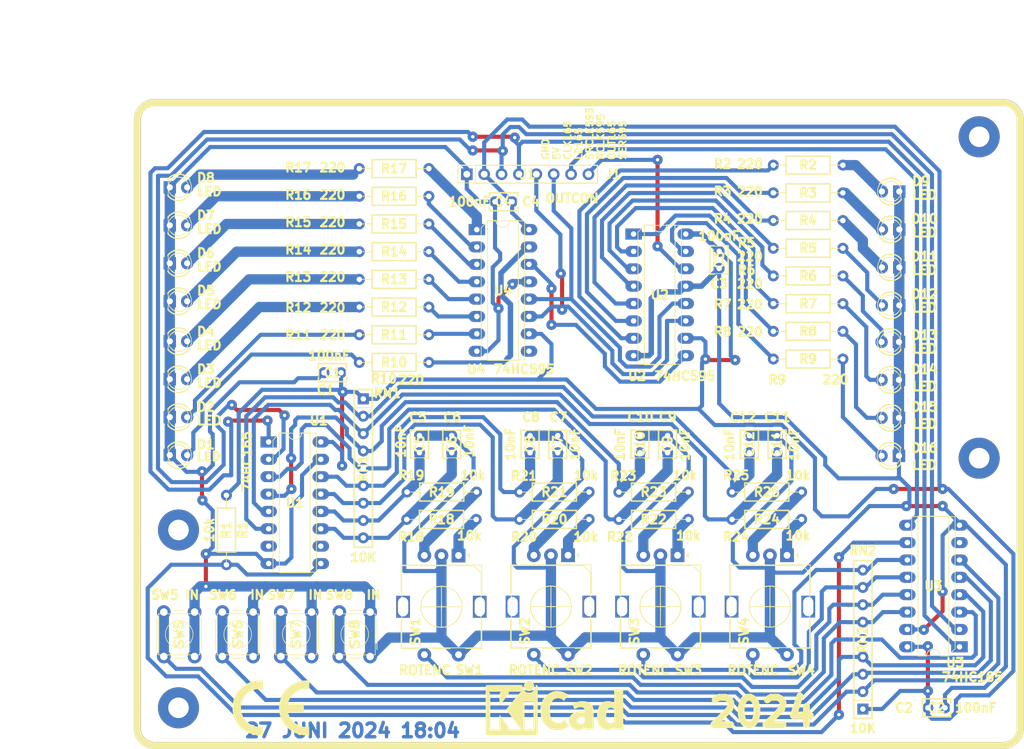
<source format=kicad_pcb>
(kicad_pcb (version 20240108) (generator "pcbnew") (generator_version "8.0")
  (layers (0 "F.Cu" signal) (31 "B.Cu" signal) (34 "B.Paste" user) (35 "F.Paste" user) (36 "B.SilkS" user "B.Silkscreen") (37 "F.SilkS" user "F.Silkscreen") (38 "B.Mask" user) (39 "F.Mask" user) (44 "Edge.Cuts" user))
  (net 0 "")
  (net 1 "+5V")
  (net 2 "GND")
  (net 3 "/D11")
  (net 4 "/D10")
  (net 5 "/D12")
  (net 6 "/D13")
  (net 7 "/D14")
  (net 8 "/D15")
  (net 9 "/D16")
  (net 10 "/D17")
  (net 11 "Net-(D1-A)")
  (net 12 "Net-(D2-A)")
  (net 13 "Net-(D3-A)")
  (net 14 "Net-(D4-A)")
  (net 15 "Net-(D5-A)")
  (net 16 "Net-(D6-A)")
  (net 17 "Net-(D7-A)")
  (net 18 "Net-(D8-A)")
  (net 19 "Net-(D9-A)")
  (net 20 "Net-(D10-A)")
  (net 21 "Net-(D11-A)")
  (net 22 "Net-(D12-A)")
  (net 23 "Net-(D13-A)")
  (net 24 "Net-(D14-A)")
  (net 25 "Net-(D15-A)")
  (net 26 "Net-(D16-A)")
  (net 27 "Net-(U1-Q7)")
  (net 28 "Net-(U2-QA)")
  (net 29 "Net-(U2-QB)")
  (net 30 "Net-(U2-QC)")
  (net 31 "Net-(U2-QD)")
  (net 32 "Net-(U2-QE)")
  (net 33 "Net-(U2-QF)")
  (net 34 "Net-(U2-QG)")
  (net 35 "Net-(U2-QH)")
  (net 36 "Net-(U4-QA)")
  (net 37 "Net-(U4-QB)")
  (net 38 "Net-(U4-QC)")
  (net 39 "Net-(U4-QD)")
  (net 40 "Net-(U4-QE)")
  (net 41 "Net-(U4-QF)")
  (net 42 "Net-(U4-QG)")
  (net 43 "Net-(U4-QH)")
  (net 44 "Net-(R18-Pad2)")
  (net 45 "Net-(R19-Pad2)")
  (net 46 "Net-(R20-Pad2)")
  (net 47 "Net-(R21-Pad2)")
  (net 48 "Net-(R22-Pad2)")
  (net 49 "Net-(R23-Pad2)")
  (net 50 "Net-(R24-Pad2)")
  (net 51 "Net-(R25-Pad2)")
  (net 52 "/D25")
  (net 53 "/D26")
  (net 54 "/D23")
  (net 55 "/D22")
  (net 56 "/D20")
  (net 57 "/D24")
  (net 58 "/D21")
  (net 59 "/D27")
  (net 61 "/LD165")
  (net 63 "/CLK165")
  (net 64 "Net-(U2-QH')")
  (net 65 "/SRCLK595")
  (net 66 "/SER595")
  (net 67 "/RCLK595")
  (net 68 "/OUT165")
  (footprint "Button_Switch_THT:SW_PUSH_6mm" (layer "F.Cu") (at 108.95 128.5 90)
    (property "Reference" "SW7")
    (property "Value" "IN")
  )
  (footprint "LED_THT:LED_D3.0mm" (layer "F.Cu") (at 199.275 93.6 180)
    (property "Reference" "D15")
    (property "Value" "LED")
  )
  (footprint "Capacitor_THT:C_Rect_L4.0mm_W2.5mm_P2.50mm" (layer "F.Cu") (at 177.42 98.7 90)
    (property "Reference" "C12")
    (property "Value" "10nF")
  )
  (footprint "Capacitor_THT:C_Rect_L4.0mm_W2.5mm_P2.50mm" (layer "F.Cu") (at 129.210875 98.695215 90)
    (property "Reference" "C5")
    (property "Value" "10nF")
  )
  (footprint "Rotary_Encoder:RotaryEncoder_Alps_EC11E-Switch_Vertical_H20mm" (layer "F.Cu") (at 150.92 113.7 -90)
    (property "Reference" "SW2")
    (property "Value" "ROTENC")
  )
  (footprint "LED_THT:LED_D3.0mm" (layer "F.Cu") (at 92.725 99.05)
    (property "Reference" "D1")
    (property "Value" "LED")
  )
  (footprint "Capacitor_THT:C_Rect_L4.0mm_W2.5mm_P2.50mm" (layer "F.Cu") (at 203.5 136)
    (property "Reference" "C2")
    (property "Value" "100nF")
  )
  (footprint "Resistor_THT:R_Axial_DIN0207_L6.3mm_D2.5mm_P10.16mm_Horizontal" (layer "F.Cu") (at 174.89 108.45)
    (property "Reference" "R24")
    (property "Value" "10k")
  )
  (footprint "MountingHole:MountingHole_3mm_Pad" (layer "F.Cu") (at 211 99.5)
    (property "Reference" "H4" (hide yes))
    (property "Value" "MountingHole_Pad" (hide yes))
  )
  (footprint "Package_DIP:DIP-16_W7.62mm_LongPads" (layer "F.Cu") (at 208.12 127.08 180)
    (property "Reference" "U3")
    (property "Value" "74HC165")
  )
  (footprint "Package_DIP:DIP-16_W7.62mm_LongPads" (layer "F.Cu") (at 137.595 66.075)
    (property "Reference" "U4")
    (property "Value" "74HC595")
  )
  (footprint "Rotary_Encoder:RotaryEncoder_Alps_EC11E-Switch_Vertical_H20mm" (layer "F.Cu") (at 134.92 113.728093 -90)
    (property "Reference" "SW1")
    (property "Value" "ROTENC")
  )
  (footprint "Rotary_Encoder:RotaryEncoder_Alps_EC11E-Switch_Vertical_H20mm" (layer "F.Cu") (at 182.92 113.7 -90)
    (property "Reference" "SW4")
    (property "Value" "ROTENC")
  )
  (footprint "Resistor_THT:R_Axial_DIN0207_L6.3mm_D2.5mm_P10.16mm_Horizontal" (layer "F.Cu") (at 130.58 77.4 180)
    (property "Reference" "R12")
    (property "Value" "220")
  )
  (footprint "Capacitor_THT:C_Rect_L4.0mm_W2.5mm_P2.50mm" (layer "F.Cu") (at 161.42 98.7 90)
    (property "Reference" "C10")
    (property "Value" "10nF")
  )
  (footprint "Resistor_THT:R_Axial_DIN0207_L6.3mm_D2.5mm_P10.16mm_Horizontal" (layer "F.Cu") (at 127.39 104.45)
    (property "Reference" "R19")
    (property "Value" "10k")
  )
  (footprint "Connector_PinSocket_2.54mm:PinSocket_1x08_P2.54mm_Vertical" (layer "F.Cu") (at 136.125 57.975 90)
    (property "Reference" "J1")
    (property "Value" "OUTCON")
  )
  (footprint "LED_THT:LED_D3.0mm" (layer "F.Cu") (at 199.275 99.15 180)
    (property "Reference" "D16")
    (property "Value" "LED")
  )
  (footprint "Resistor_THT:R_Axial_DIN0207_L6.3mm_D2.5mm_P10.16mm_Horizontal" (layer "F.Cu") (at 180.92 68.8)
    (property "Reference" "R5")
    (property "Value" "220")
  )
  (footprint "Capacitor_THT:C_Rect_L4.0mm_W2.5mm_P2.50mm" (layer "F.Cu") (at 181.47 98.7 90)
    (property "Reference" "C11")
    (property "Value" "10nF")
  )
  (footprint "LED_THT:LED_D3.0mm" (layer "F.Cu") (at 92.725 76.55)
    (property "Reference" "D5")
    (property "Value" "LED")
  )
  (footprint "Capacitor_THT:C_Rect_L4.0mm_W2.5mm_P2.50mm" (layer "F.Cu") (at 173 69.25 -90)
    (property "Reference" "C3")
    (property "Value" "100nF")
  )
  (footprint "LED_THT:LED_D3.0mm" (layer "F.Cu") (at 92.725 87.95)
    (property "Reference" "D3")
    (property "Value" "LED")
  )
  (footprint "Capacitor_THT:C_Rect_L4.0mm_W2.5mm_P2.50mm" (layer "F.Cu") (at 149.42 98.7 90)
    (property "Reference" "C7")
    (property "Value" "10nF")
  )
  (footprint "Package_DIP:DIP-16_W7.62mm_LongPads" (layer "F.Cu") (at 160.5 66.725)
    (property "Reference" "U2")
    (property "Value" "74HC595")
  )
  (footprint "LED_THT:LED_D3.0mm" (layer "F.Cu") (at 199.325 71.6 180)
    (property "Reference" "D11")
    (property "Value" "LED")
  )
  (footprint "Resistor_THT:R_Axial_DIN0207_L6.3mm_D2.5mm_P10.16mm_Horizontal" (layer "F.Cu") (at 180.92 76.9)
    (property "Reference" "R7")
    (property "Value" "220")
  )
  (footprint "Resistor_THT:R_Axial_DIN0207_L6.3mm_D2.5mm_P10.16mm_Horizontal" (layer "F.Cu") (at 174.89 104.45)
    (property "Reference" "R25")
    (property "Value" "10k")
  )
  (footprint "Resistor_THT:R_Axial_DIN0207_L6.3mm_D2.5mm_P10.16mm_Horizontal" (layer "F.Cu") (at 158.34 108.45)
    (property "Reference" "R22")
    (property "Value" "10k")
  )
  (footprint "LED_THT:LED_D3.0mm" (layer "F.Cu") (at 199.325 66.05 180)
    (property "Reference" "D10")
    (property "Value" "LED")
  )
  (footprint "Resistor_THT:R_Axial_DIN0207_L6.3mm_D2.5mm_P10.16mm_Horizontal" (layer "F.Cu") (at 143.84 104.45)
    (property "Reference" "R21")
    (property "Value" "10k")
  )
  (footprint "LED_THT:LED_D3.0mm" (layer "F.Cu") (at 92.725 59.9)
    (property "Reference" "D8")
    (property "Value" "LED")
  )
  (footprint "Capacitor_THT:C_Rect_L4.0mm_W2.5mm_P2.50mm" (layer "F.Cu") (at 117.75 87 180)
    (property "Reference" "C1")
    (property "Value" "100nF")
  )
  (footprint "Resistor_THT:R_Axial_DIN0207_L6.3mm_D2.5mm_P10.16mm_Horizontal" (layer "F.Cu") (at 101 104.92 -90)
    (property "Reference" "R1")
    (property "Value" "10k")
  )
  (footprint "LED_THT:LED_D3.0mm" (layer "F.Cu") (at 199.325 77.15 180)
    (property "Reference" "D12")
    (property "Value" "LED")
  )
  (footprint "Capacitor_THT:C_Rect_L4.0mm_W2.5mm_P2.50mm" (layer "F.Cu") (at 165.47 98.7 90)
    (property "Reference" "C9")
    (property "Value" "10nF")
  )
  (footprint "Capacitor_THT:C_Rect_L4.0mm_W2.5mm_P2.50mm" (layer "F.Cu") (at 142.75 62 180)
    (property "Reference" "C4")
    (property "Value" "100nF")
  )
  (footprint "Rotary_Encoder:RotaryEncoder_Alps_EC11E-Switch_Vertical_H20mm" (layer "F.Cu") (at 166.92 113.7 -90)
    (property "Reference" "SW3")
    (property "Value" "ROTENC")
  )
  (footprint "Resistor_THT:R_Axial_DIN0207_L6.3mm_D2.5mm_P10.16mm_Horizontal" (layer "F.Cu") (at 180.92 64.75)
    (property "Reference" "R4")
    (property "Value" "220")
  )
  (footprint "Capacitor_THT:C_Rect_L4.0mm_W2.5mm_P2.50mm" (layer "F.Cu") (at 145.37 98.7 90)
    (property "Reference" "C8")
    (property "Value" "10nF")
  )
  (footprint "Resistor_THT:R_Axial_DIN0207_L6.3mm_D2.5mm_P10.16mm_Horizontal" (layer "F.Cu") (at 130.58 85.5 180)
    (property "Reference" "R10")
    (property "Value" "220")
  )
  (footprint "LED_THT:LED_D3.0mm" (layer "F.Cu") (at 199.275 82.5 180)
    (property "Reference" "D13")
    (property "Value" "LED")
  )
  (footprint "LED_THT:LED_D3.0mm" (layer "F.Cu") (at 92.725 65.45)
    (property "Reference" "D7")
    (property "Value" "LED")
  )
  (footprint "LED_THT:LED_D3.0mm" (layer "F.Cu") (at 199.275 88.05 180)
    (property "Reference" "D14")
    (property "Value" "LED")
  )
  (footprint "Resistor_THT:R_Axial_DIN0207_L6.3mm_D2.5mm_P10.16mm_Horizontal" (layer "F.Cu") (at 130.58 81.45 180)
    (property "Reference" "R11")
    (property "Value" "220")
  )
  (footprint "Resistor_THT:R_Axial_DIN0207_L6.3mm_D2.5mm_P10.16mm_Horizontal" (layer "F.Cu") (at 130.58 61.2 180)
    (property "Reference" "R16")
    (property "Value" "220")
  )
  (footprint "Button_Switch_THT:SW_PUSH_6mm" (layer "F.Cu") (at 100.4 128.5 90)
    (property "Reference" "SW6")
    (property "Value" "IN")
  )
  (footprint "Resistor_THT:R_Axial_DIN0207_L6.3mm_D2.5mm_P10.16mm_Horizontal" (layer "F.Cu") (at 130.58 65.25 180)
    (property "Reference" "R15")
    (property "Value" "220")
  )
  (footprint "Resistor_THT:R_Axial_DIN0207_L6.3mm_D2.5mm_P10.16mm_Horizontal" (layer "F.Cu") (at 130.58 57.15 180)
    (property "Reference" "R17")
    (property "Value" "220")
  )
  (footprint "Resistor_THT:R_Axial_DIN0207_L6.3mm_D2.5mm_P10.16mm_Horizontal" (layer "F.Cu") (at 130.58 73.35 180)
    (property "Reference" "R13")
    (property "Value" "220")
  )
  (footprint "Resistor_THT:R_Axial_DIN0207_L6.3mm_D2.5mm_P10.16mm_Horizontal" (layer "F.Cu") (at 127.34 108.45)
    (property "Reference" "R18")
    (property "Value" "10k")
  )
  (footprint "Resistor_THT:R_Axial_DIN0207_L6.3mm_D2.5mm_P10.16mm_Horizontal" (layer "F.Cu") (at 180.92 60.7)
    (property "Reference" "R3")
    (property "Value" "220")
  )
  (footprint "Resistor_THT:R_Axial_DIN0207_L6.3mm_D2.5mm_P10.16mm_Horizontal" (layer "F.Cu") (at 180.92 80.95)
    (property "Reference" "R8")
    (property "Value" "220")
  )
  (footprint "Resistor_THT:R_Axial_DIN0207_L6.3mm_D2.5mm_P10.16mm_Horizontal" (layer "F.Cu") (at 180.92 85)
    (property "Reference" "R9")
    (property "Value" "220")
  )
  (footprint "Symbol:CE-Logo_11.2x8mm_SilkScreen" (layer "F.Cu") (at 107.5 136)
    (property "Reference" "REF**" (hide yes))
    (property "Value" "CE-Logo_11.2x8mm_SilkScreen" (hide yes))
  )
  (footprint "Symbol:KiCad-Logo_8mm_SilkScreen" (layer "F.Cu") (at 149 136)
    (property "Reference" "REF**" (hide yes))
    (property "Value" "KiCad-Logo_8mm_SilkScreen" (hide yes))
  )
  (footprint "LED_THT:LED_D3.0mm" (layer "F.Cu") (at 92.725 71)
    (property "Reference" "D6")
    (property "Value" "LED")
  )
  (footprint "Resistor_THT:R_Array_SIP9" (layer "F.Cu") (at 121 90.825 -90)
    (property "Reference" "RN1")
    (property "Value" "10K")
  )
  (footprint "MountingHole:MountingHole_3mm_Pad" (layer "F.Cu") (at 211 52.5)
    (property "Reference" "H1" (hide yes))
    (property "Value" "MountingHole_Pad" (hide yes))
  )
  (footprint "Resistor_THT:R_Axial_DIN0207_L6.3mm_D2.5mm_P10.16mm_Horizontal" (layer "F.Cu") (at 158.34 104.45)
    (property "Reference" "R23")
    (property "Value" "10k")
  )
  (footprint "Resistor_THT:R_Axial_DIN0207_L6.3mm_D2.5mm_P10.16mm_Horizontal" (layer "F.Cu") (at 143.84 108.45)
    (property "Reference" "R20")
    (property "Value" "10k")
  )
  (footprint "Package_DIP:DIP-16_W7.62mm_LongPads" (layer "F.Cu") (at 107.175 97.125)
    (property "Reference" "U1")
    (property "Value" "74HC165")
  )
  (footprint "Resistor_THT:R_Axial_DIN0207_L6.3mm_D2.5mm_P10.16mm_Horizontal" (layer "F.Cu") (at 180.92 72.85)
    (property "Reference" "R6")
    (property "Value" "220")
  )
  (footprint "MountingHole:MountingHole_3mm_Pad" (layer "F.Cu") (at 94 110)
    (property "Reference" "H3" (hide yes))
    (property "Value" "MountingHole_Pad" (hide yes))
  )
  (footprint "LED_THT:LED_D3.0mm" (layer "F.Cu") (at 92.725 82.4)
    (property "Reference" "D4")
    (property "Value" "LED")
  )
  (footprint "Resistor_THT:R_Axial_DIN0207_L6.3mm_D2.5mm_P10.16mm_Horizontal" (layer "F.Cu") (at 130.58 69.3 180)
    (property "Reference" "R14")
    (property "Value" "220")
  )
  (footprint "LED_THT:LED_D3.0mm" (layer "F.Cu") (at 199.325 60.5 180)
    (property "Reference" "D9")
    (property "Value" "LED")
  )
  (footprint "Button_Switch_THT:SW_PUSH_6mm" (layer "F.Cu") (at 91.85 128.5 90)
    (property "Reference" "SW5")
    (property "Value" "IN")
  )
  (footprint "Capacitor_THT:C_Rect_L4.0mm_W2.5mm_P2.50mm" (layer "F.Cu") (at 133.925875 98.695215 90)
    (property "Reference" "C6")
    (property "Value" "10nF")
  )
  (footprint "Resistor_THT:R_Axial_DIN0207_L6.3mm_D2.5mm_P10.16mm_Horizontal" (layer "F.Cu") (at 180.92 56.65)
    (property "Reference" "R2")
    (property "Value" "220")
  )
  (footprint "LED_THT:LED_D3.0mm" (layer "F.Cu") (at 92.725 93.5)
    (property "Reference" "D2")
    (property "Value" "LED")
  )
  (footprint "Resistor_THT:R_Array_SIP9" (layer "F.Cu") (at 194 136.175 90)
    (property "Reference" "RN2")
    (property "Value" "10K")
  )
  (footprint "Button_Switch_THT:SW_PUSH_6mm" (layer "F.Cu") (at 117.5 128.5 90)
    (property "Reference" "SW8")
    (property "Value" "IN")
  )
  (footprint "MountingHole:MountingHole_3mm_Pad" (layer "F.Cu") (at 94 136)
    (property "Reference" "H2" (hide yes))
    (property "Value" "MountingHole_Pad" (hide yes))
  )
  (gr_arc (start 214.5 47.499999) (mid 216.267767 48.232233) (end 217 50) (stroke (width 1)) (layer "B.Cu"))
  (gr_arc (start 217.000001 139) (mid 216.267767 140.767767) (end 214.5 141.5) (stroke (width 1)) (layer "B.Cu"))
  (gr_line (start 217 50) (end 217.000001 139) (stroke (width 1)) (layer "B.Cu"))
  (gr_line (start 90.5 47.5) (end 214.5 47.499999) (stroke (width 1)) (layer "B.Cu"))
  (gr_line (start 90.5 141.500001) (end 214.5 141.5) (stroke (width 1)) (layer "B.Cu"))
  (gr_arc (start 87.999999 50) (mid 88.732233 48.232233) (end 90.5 47.5) (stroke (width 1)) (layer "B.Cu"))
  (gr_line (start 87.999999 50) (end 88 139) (stroke (width 1)) (layer "B.Cu"))
  (gr_arc (start 90.5 141.500001) (mid 88.732233 140.767767) (end 88 139) (stroke (width 1)) (layer "B.Cu"))
  (gr_line (start 90.476543 141.52007) (end 214.476543 141.520069) (stroke (width 1)) (layer "F.SilkS"))
  (gr_arc (start 214.476543 47.520068) (mid 216.24431 48.252302) (end 216.976543 50.020069) (stroke (width 1)) (layer "F.SilkS"))
  (gr_line (start 87.976542 50.020069) (end 87.976543 139.020069) (stroke (width 1)) (layer "F.SilkS"))
  (gr_arc (start 87.976542 50.020069) (mid 88.708776 48.252302) (end 90.476543 47.520069) (stroke (width 1)) (layer "F.SilkS"))
  (gr_line (start 90.476543 47.520069) (end 214.476543 47.520068) (stroke (width 1)) (layer "F.SilkS"))
  (gr_arc (start 216.976544 139.020069) (mid 216.24431 140.787836) (end 214.476543 141.520069) (stroke (width 1)) (layer "F.SilkS"))
  (gr_arc (start 90.476543 141.52007) (mid 88.708775 140.787837) (end 87.976543 139.020069) (stroke (width 1)) (layer "F.SilkS"))
  (gr_line (start 216.976543 50.020069) (end 216.976544 139.020069) (stroke (width 1)) (layer "F.SilkS"))
  (gr_arc (start 87.5 50) (mid 88.37868 47.87868) (end 90.5 47) (stroke (width 0.05)) (layer "Edge.Cuts"))
  (gr_arc (start 217.500001 139.000001) (mid 216.621321 141.121321) (end 214.500001 142.000001) (stroke (width 0.05)) (layer "Edge.Cuts"))
  (gr_line (start 87.499999 139.000001) (end 87.5 50) (stroke (width 0.05)) (layer "Edge.Cuts"))
  (gr_arc (start 90.499999 142.000001) (mid 88.378679 141.121321) (end 87.499999 139.000001) (stroke (width 0.05)) (layer "Edge.Cuts"))
  (gr_line (start 217.500001 49.999999) (end 217.500001 139.000001) (stroke (width 0.05)) (layer "Edge.Cuts"))
  (gr_line (start 90.499999 142.000001) (end 214.500001 142.000001) (stroke (width 0.05)) (layer "Edge.Cuts"))
  (gr_arc (start 214.500001 46.999999) (mid 216.621321 47.878679) (end 217.500001 49.999999) (stroke (width 0.05)) (layer "Edge.Cuts"))
  (gr_line (start 90.5 47) (end 214.500001 46.999999) (stroke (width 0.05)) (layer "Edge.Cuts"))
  (gr_text "27 JUNI 2024 18:04" (at 103.5 140.5 0) (layer "B.Cu") (effects (font (size 2 2) (thickness 0.5) (bold yes)) (justify left bottom)))
  (gr_text "GND\n5V\nCLK165\nLD165\nSRCLK595\nRCLK595\nOUT165\nSER595\n" (at 159.5 56 90) (layer "F.SilkS") (effects (font (size 1 1) (thickness 0.25) (bold yes)) (justify left bottom)))
  (gr_text "2024" (at 171 139 0) (layer "F.SilkS") (effects (font (size 4 4) (thickness 1) (bold yes)) (justify left bottom)))
  (segment (start 117.903984 89.896016) (end 118 89.8) (width 0.6) (layer "F.Cu") (net 1))
  (segment (start 117.903984 100.596016) (end 117.903984 89.896016) (width 0.6) (layer "F.Cu") (net 1))
  (segment (start 203.5 127) (end 203.5 133.53) (width 0.6) (layer "F.Cu") (net 1))
  (segment (start 175.346016 85.153984) (end 171.153984 85.153984) (width 0.6) (layer "F.Cu") (net 1))
  (segment (start 205.65 104) (end 198.5 104) (width 0.6) (layer "F.Cu") (net 1))
  (segment (start 171.153984 85.153984) (end 171 85) (width 0.6) (layer "F.Cu") (net 1))
  (via (at 171 85) (size 1.5) (drill 0.5) (layers "F.Cu" "B.Cu") (net 1))
  (via (at 198.5 104) (size 1.5) (drill 0.5) (layers "F.Cu" "B.Cu") (net 1))
  (via (at 175.346016 85.153984) (size 1.5) (drill 0.5) (layers "F.Cu" "B.Cu") (net 1))
  (via (at 203.5 127) (size 1.5) (drill 0.5) (layers "F.Cu" "B.Cu") (net 1))
  (via (at 117.903984 100.596016) (size 1.5) (drill 0.5) (layers "F.Cu" "B.Cu") (net 1))
  (via (at 203.5 133.53) (size 1.5) (drill 0.5) (layers "F.Cu" "B.Cu") (net 1))
  (via (at 118 89.8) (size 1.5) (drill 0.5) (layers "F.Cu" "B.Cu") (net 1))
  (via (at 205.65 104) (size 1.5) (drill 0.5) (layers "F.Cu" "B.Cu") (net 1))
  (segment (start 124.65477 89.154769) (end 124.65477 89.154768) (width 0.6) (layer "B.Cu") (net 1))
  (segment (start 148.5 82.815) (end 147 81.315) (width 0.6) (layer "B.Cu") (net 1))
  (segment (start 206.5 104) (end 216 113.5) (width 0.6) (layer "B.Cu") (net 1))
  (segment (start 180.807258 94.6) (end 180.757258 94.65) (width 0.6) (layer "B.Cu") (net 1))
  (segment (start 172.35 94.65) (end 170 92.3) (width 0.6) (layer "B.Cu") (net 1))
  (segment (start 125.814323 87.995215) (end 146.504785 87.995215) (width 0.6) (layer "B.Cu") (net 1))
  (segment (start 199.47 133.53) (end 196.825 136.175) (width 0.6) (layer "B.Cu") (net 1))
  (segment (start 168.12 81.965) (end 170.465 81.965) (width 0.6) (layer "B.Cu") (net 1))
  (segment (start 119.975 89.8) (end 121 90.825) (width 0.6) (layer "B.Cu") (net 1))
  (segment (start 205.65 104) (end 205.2 103.55) (width 0.6) (layer "B.Cu") (net 1))
  (segment (start 207.6 136.662742) (end 206.662742 137.6) (width 0.6) (layer "B.Cu") (net 1))
  (segment (start 142.69 62) (end 138.665 57.975) (width 0.6) (layer "B.Cu") (net 1))
  (segment (start 216 113.5) (end 216.000001 129.700001) (width 0.6) (layer "B.Cu") (net 1))
  (segment (start 207.6 134.9) (end 207.6 136.662742) (width 0.6) (layer "B.Cu") (net 1))
  (segment (start 171 85) (end 170.5 85.5) (width 0.6) (layer "B.Cu") (net 1))
  (segment (start 144.2215 49.973833) (end 142.026167 49.973833) (width 0.6) (layer "B.Cu") (net 1))
  (segment (start 116.513731 97.125) (end 114.795 97.125) (width 0.6) (layer "B.Cu") (net 1))
  (segment (start 102.8 92.896698) (end 106.196698 89.5) (width 0.6) (layer "B.Cu") (net 1))
  (segment (start 196.825 136.175) (end 194 136.175) (width 0.6) (layer "B.Cu") (net 1))
  (segment (start 205.65 104) (end 206.5 104) (width 0.6) (layer "B.Cu") (net 1))
  (segment (start 106.196698 89.5) (end 117.7 89.5) (width 0.6) (layer "B.Cu") (net 1))
  (segment (start 122.984539 90.825) (end 124.65477 89.154769) (width 0.6) (layer "B.Cu") (net 1))
  (segment (start 142.75 63.61) (end 142.75 62) (width 0.6) (layer "B.Cu") (net 1))
  (segment (start 118 89.8) (end 119.975 89.8) (width 0.6) (layer "B.Cu") (net 1))
  (segment (start 212.431269 134.18) (end 208.32 134.18) (width 0.6) (layer "B.Cu") (net 1))
  (segment (start 101 104.92) (end 102.8 103.12) (width 0.6) (layer "B.Cu") (net 1))
  (segment (start 203.5 137) (end 203.5 136) (width 0.6) (layer "B.Cu") (net 1))
  (segment (start 124.65477 89.154768) (end 125.814323 87.995215) (width 0.6) (layer "B.Cu") (net 1))
  (segment (start 117.75 89.55) (end 118 89.8) (width 0.6) (layer "B.Cu") (net 1))
  (segment (start 117.903984 100.596016) (end 117.903984 99.959619) (width 0.6) (layer "B.Cu") (net 1))
  (segment (start 142.026167 49.973833) (end 138.665 53.335) (width 0.6) (layer "B.Cu") (net 1))
  (segment (start 147 81.315) (end 145.215 81.315) (width 0.6) (layer "B.Cu") (net 1))
  (segment (start 203.5 136) (end 203.5 133.53) (width 0.6) (layer "B.Cu") (net 1))
  (segment (start 176.707258 94.65) (end 172.35 94.65) (width 0.6) (layer "B.Cu") (net 1))
  (segment (start 182.132742 94.6) (end 180.807258 94.6) (width 0.6) (layer "B.Cu") (net 1))
  (segment (start 191.908732 108) (end 188 108) (width 0.6) (layer "B.Cu") (net 1))
  (segment (start 200.5 127.08) (end 203.42 127.08) (width 0.6) (layer "B.Cu") (net 1))
  (segment (start 203.5 133.53) (end 199.47 133.53) (width 0.6) (layer "B.Cu") (net 1))
  (segment (start 171 82.5) (end 171 85) (width 0.6) (layer "B.Cu") (net 1))
  (segment (start 216.000001 129.700001) (end 216.000001 130.611268) (width 0.6) (layer "B.Cu") (net 1))
  (segment (start 145.215 66.075) (end 142.75 63.61) (width 0.6) (layer "B.Cu") (net 1))
  (segment (start 117.9 99.955635) (end 117.9 98.511269) (width 0.6) (layer "B.Cu") (net 1))
  (segment (start 187 107) (end 187 99.467258) (width 0.6) (layer "B.Cu") (net 1))
  (segment (start 180.757258 94.65) (end 178.132742 94.65) (width 0.6) (layer "B.Cu") (net 1))
  (segment (start 117.903984 99.959619) (end 117.9 99.955635) (width 0.6) (layer "B.Cu") (net 1))
  (segment (start 170.475 66.725) (end 168.12 66.725) (width 0.8) (layer "B.Cu") (net 1))
  (segment (start 208.32 134.18) (end 207.6 134.9) (width 0.6) (layer "B.Cu") (net 1))
  (segment (start 187 99.467258) (end 182.132742 94.6) (width 0.6) (layer "B.Cu") (net 1))
  (segment (start 178.082742 94.6) (end 176.757258 94.6) (width 0.6) (layer "B.Cu") (net 1))
  (segment (start 206.662742 137.6) (end 204.1 137.6) (width 0.6) (layer "B.Cu") (net 1))
  (segment (start 155 92.3) (end 150.695215 87.995215) (width 0.6) (layer "B.Cu") (net 1))
  (segment (start 205.2 57.533095) (end 198.691905 51.025) (width 0.6) (layer "B.Cu") (net 1))
  (segment (start 204.1 137.6) (end 203.5 137) (width 0.6) (layer "B.Cu") (net 1))
  (segment (start 170 92.3) (end 155 92.3) (width 0.6) (layer "B.Cu") (net 1))
  (segment (start 117.7 89.5) (end 118 89.8) (width 0.6) (layer "B.Cu") (net 1))
  (segment (start 195.908732 104) (end 191.908732 108) (width 0.6) (layer "B.Cu") (net 1))
  (segment (start 121 90.825) (end 122.984539 90.825) (width 0.6) (layer "B.Cu") (net 1))
  (segment (start 117.9 98.511269) (end 116.513731 97.125) (width 0.6) (layer "B.Cu") (net 1))
  (segment (start 150.695215 87.995215) (end 146.504785 87.995215) (width 0.6) (layer "B.Cu") (net 1))
  (segment (start 174.7 84.507968) (end 175.346016 85.153984) (width 0.6) (layer "B.Cu") (net 1))
  (segment (start 138.665 53.335) (end 138.665 57.975) (width 0.6) (layer "B.Cu") (net 1))
  (segment (start 173 69.25) (end 170.475 66.725) (width 0.8) (layer "B.Cu") (net 1))
  (segment (start 198.5 104) (end 195.908732 104) (width 0.6) (layer "B.Cu") (net 1))
  (segment (start 216.000001 130.611268) (end 212.431269 134.18) (width 0.6) (layer "B.Cu") (net 1))
  (segment (start 145.272667 51.025) (end 144.2215 49.973833) (width 0.6) (layer "B.Cu") (net 1))
  (segment (start 102.8 103.12) (end 102.8 92.896698) (width 0.6) (layer "B.Cu") (net 1))
  (segment (start 174.7 70.95) (end 174.7 84.507968) (width 0.6) (layer "B.Cu") (net 1))
  (segment (start 173 69.25) (end 174.7 70.95) (width 0.6) (layer "B.Cu") (net 1))
  (segment (start 178.132742 94.65) (end 178.082742 94.6) (width 0.6) (layer "B.Cu") (net 1))
  (segment (start 170.465 81.965) (end 171 82.5) (width 0.6) (layer "B.Cu") (net 1))
  (segment (start 170.5 91.8) (end 170 92.3) (width 0.6) (layer "B.Cu") (net 1))
  (segment (start 117.75 87) (end 117.75 89.55) (width 0.6) (layer "B.Cu") (net 1))
  (segment (start 176.757258 94.6) (end 176.707258 94.65) (width 0.6) (layer "B.Cu") (net 1))
  (segment (start 205.2 103.55) (end 205.2 57.533095) (width 0.6) (layer "B.Cu") (net 1))
  (segment (start 198.691905 51.025) (end 145.272667 51.025) (width 0.6) (layer "B.Cu") (net 1))
  (segment (start 146.504785 87.995215) (end 148.5 86) (width 0.6) (layer "B.Cu") (net 1))
  (segment (start 148.5 86) (end 148.5 82.815) (width 0.6) (layer "B.Cu") (net 1))
  (segment (start 142.75 62) (end 142.69 62) (width 0.6) (layer "B.Cu") (net 1))
  (segment (start 203.42 127.08) (end 203.5 127) (width 0.6) (layer "B.Cu") (net 1))
  (segment (start 170.5 85.5) (end 170.5 91.8) (width 0.6) (layer "B.Cu") (net 1))
  (segment (start 188 108) (end 187 107) (width 0.6) (layer "B.Cu") (net 1))
  (segment (start 97.431801 101.431801) (end 97.431801 105.581801) (width 0.6) (layer "F.Cu") (net 2))
  (segment (start 140.758273 77.591727) (end 140.758273 76.091727) (width 0.6) (layer "F.Cu") (net 2))
  (segment (start 205.65 106.5) (end 200.35 106.5) (width 0.6) (layer "F.Cu") (net 2))
  (segment (start 205.65 121.85) (end 205.65 119) (width 0.6) (layer "F.Cu") (net 2))
  (segment (start 98 113.5) (end 98 118.25) (width 0.6) (layer "F.Cu") (net 2))
  (segment (start 97.431801 105.581801) (end 97.5 105.65) (width 0.6) (layer "F.Cu") (net 2))
  (segment (start 140.758273 76.091727) (end 142.77 74.08) (width 0.6) (layer "F.Cu") (net 2))
  (segment (start 202.903984 124.596016) (end 205.65 121.85) (width 0.6) (layer "F.Cu") (net 2))
  (via (at 142.77 74.08) (size 1.5) (drill 0.5) (layers "F.Cu" "B.Cu") (net 2))
  (via (at 205.65 119) (size 1.5) (drill 0.5) (layers "F.Cu" "B.Cu") (net 2))
  (via (at 140.758273 77.591727) (size 1.5) (drill 0.5) (layers "F.Cu" "B.Cu") (net 2))
  (via (at 98 118.25) (size 1.5) (drill 0.5) (layers "F.Cu" "B.Cu") (net 2))
  (via (at 97.431801 101.431801) (size 1.5) (drill 0.5) (layers "F.Cu" "B.Cu") (net 2))
  (via (at 97.5 105.65) (size 1.5) (drill 0.5) (layers "F.Cu" "B.Cu") (net 2))
  (via (at 205.65 106.5) (size 1.5) (drill 0.5) (layers "F.Cu" "B.Cu") (net 2))
  (via (at 202.903984 124.596016) (size 1.5) (drill 0.5) (layers "F.Cu" "B.Cu") (net 2))
  (via (at 98 113.5) (size 1.5) (drill 0.5) (layers "F.Cu" "B.Cu") (net 2))
  (via (at 200.35 106.5) (size 1.5) (drill 0.5) (layers "F.Cu" "B.Cu") (net 2))
  (segment (start 92.725 70) (end 92.725 76.55) (width 0.8) (layer "B.Cu") (net 2))
  (segment (start 110.5 114) (end 109.595 114.905) (width 0.6) (layer "B.Cu") (net 2))
  (segment (start 209.12 109.3) (end 208.12 109.3) (width 0.6) (layer "B.Cu") (net 2))
  (segment (start 98.5 113.5) (end 98 113.5) (width 0.6) (layer "B.Cu") (net 2))
  (segment (start 96.35 128.5) (end 96.35 122) (width 1.5) (layer "B.Cu") (net 2))
  (segment (start 173 91.5) (end 175 93.5) (width 0.6) (layer "B.Cu") (net 2))
  (segment (start 99 107.15) (end 99 112.5) (width 0.6) (layer "B.Cu") (net 2))
  (segment (start 163.08 76.15) (end 163.08 84.15) (width 0.8) (layer "B.Cu") (net 2))
  (segment (start 199.45 102.45) (end 200.8 103.8) (width 0.6) (layer "B.Cu") (net 2))
  (segment (start 199.275 102.175) (end 199 102.45) (width 0.6) (layer "B.Cu") (net 2))
  (segment (start 199.325 77.15) (end 199.325 71.6) (width 1.5) (layer "B.Cu") (net 2))
  (segment (start 190.45 102.45) (end 199 102.45) (width 0.6) (layer "B.Cu") (net 2))
  (segment (start 95.175 101.5) (end 92.725 99.05) (width 0.6) (layer "B.Cu") (net 2))
  (segment (start 180.42 115.5) (end 176 115.5) (width 0.6) (layer "B.Cu") (net 2))
  (segment (start 142.42 74.08) (end 142.805 73.695) (width 0.8) (layer "B.Cu") (net 2))
  (segment (start 148.42 113.7) (end 148.42 125.45) (width 1.5) (layer "B.Cu") (net 2))
  (segment (start 105.35 113.48) (end 98.52 113.48) (width 0.6) (layer "B.Cu") (net 2))
  (segment (start 114.450001 87.799999) (end 111.494999 87.799999) (width 0.6) (layer "B.Cu") (net 2))
  (segment (start 188.5 100.5) (end 190.45 102.45) (width 0.6) (layer "B.Cu") (net 2))
  (segment (start 175 111.384956) (end 183.553219 102.831737) (width 0.6) (layer "B.Cu") (net 2))
  (segment (start 136.125 57.975) (end 136.125 57.125) (width 0.6) (layer "B.Cu") (net 2))
  (segment (start 98.6 95.6) (end 99 96) (width 0.6) (layer "B.Cu") (net 2))
  (segment (start 180.42 115.5) (end 180.42 125.7) (width 1.5) (layer "B.Cu") (net 2))
  (segment (start 92.725 87) (end 92.725 93.5) (width 0.8) (layer "B.Cu") (net 2))
  (segment (start 102.912634 88.4) (end 98.6 92.712634) (width 0.6) (layer "B.Cu") (net 2))
  (segment (start 199.325 67) (end 199.325 66.05) (width 1.5) (layer "B.Cu") (net 2))
  (segment (start 92.725 93.5) (end 92.725 87.95) (width 1.5) (layer "B.Cu") (net 2))
  (segment (start 137.10689 101.651698) (end 137.10689 99.37623) (width 0.6) (layer "B.Cu") (net 2))
  (segment (start 183.553219 102.831737) (end 183.553219 98.283219) (width 0.6) (layer "B.Cu") (net 2))
  (segment (start 202.847968 124.54) (end 202.903984 124.596016) (width 0.6) (layer "B.Cu") (net 2))
  (segment (start 163.534213 116) (end 159.5 116) (width 0.6) (layer "B.Cu") (net 2))
  (segment (start 148.034213 115.5) (end 143.5 115.5) (width 0.6) (layer "B.Cu") (net 2))
  (segment (start 140.25 62) (end 138 62) (width 0.6) (layer "B.Cu") (net 2))
  (segment (start 200.5 124.54) (end 202.847968 124.54) (width 0.6) (layer "B.Cu") (net 2))
  (segment (start 199.275 93.6) (end 199.275 88.05) (width 1.5) (layer "B.Cu") (net 2))
  (segment (start 140.758273 82.241727) (end 140.758273 77.591727) (width 0.6) (layer "B.Cu") (net 2))
  (segment (start 127 116) (end 127 111.758588) (width 0.6) (layer "B.Cu") (net 2))
  (segment (start 176 115.5) (end 175 114.5) (width 0.6) (layer "B.Cu") (net 2))
  (segment (start 131.562306 116) (end 127 116) (width 0.6) (layer "B.Cu") (net 2))
  (segment (start 205.65 106.5) (end 208.12 108.97) (width 0.6) (layer "B.Cu") (net 2))
  (segment (start 92.725 76.55) (end 92.725 71) (width 1.5) (layer "B.Cu") (net 2))
  (segment (start 208.12 108.97) (end 208.12 109.3) (width 0.6) (layer "B.Cu") (net 2))
  (segment (start 141 70.5) (end 141 69.5) (width 0.6) (layer "B.Cu") (net 2))
  (segment (start 185.232183 116.232183) (end 181.152183 116.232183) (width 0.6) (layer "B.Cu") (net 2))
  (segment (start 206 136) (end 206 134.08) (width 0.6) (layer "B.Cu") (net 2))
  (segment (start 124.771907 125.728093) (end 122 128.5) (width 1.5) (layer "B.Cu") (net 2))
  (segment (start 188.5 99.411623) (end 188.5 100.5) (width 0.6) (layer "B.Cu") (net 2))
  (segment (start 199.275 82.5) (end 199.275 77.2) (width 1.5) (layer "B.Cu") (net 2))
  (segment (start 97.5 101.5) (end 97.431801 101.431801) (width 0.6) (layer "B.Cu") (net 2))
  (segment (start 98 101.5) (end 97.5 101.5) (width 0.6) (layer "B.Cu") (net 2))
  (segment (start 133 54) (end 98.625 54) (width 0.6) (layer "B.Cu") (net 2))
  (segment (start 139.92 76.753454) (end 139.92 71.58) (width 0.6) (layer "B.Cu") (net 2))
  (segment (start 199.275 99.15) (end 199.275 93.6) (width 1.5) (layer "B.Cu") (net 2))
  (segment (start 199.325 77.15) (end 199.325 82.45) (width 0.6) (layer "B.Cu") (net 2))
  (segment (start 143.5 115.5) (end 143 115) (width 0.6) (layer "B.Cu") (net 2))
  (segment (start 140.25 68.75) (end 140.25 62) (width 0.6) (layer "B.Cu") (net 2))
  (segment (start 199 102.45) (end 199.45 102.45) (width 0.6) (layer "B.Cu") (net 2))
  (segment (start 200.35 106.5) (end 194.964366 106.5) (width 0.6) (layer "B.Cu") (net 2))
  (segment (start 132.42 113.728093) (end 132.42 125.728093) (width 1.5) (layer "B.Cu") (net 2))
  (segment (start 206 134.08) (end 207 133.08) (width 0.6) (layer "B.Cu") (net 2))
  (segment (start 177.42 96.2) (end 181.47 96.2) (width 1.5) (layer "B.Cu") (net 2))
  (segment (start 113.45 128.5) (end 113.45 122) (width 1.5) (layer "B.Cu") (net 2))
  (segment (start 180.42 125.7) (end 182.92 128.2) (width 1.5) (layer "B.Cu") (net 2))
  (segment (start 114.395 99.665) (end 112.05 102.01) (width 0.6) (layer "B.Cu") (net 2))
  (segment (start 159 115.5) (end 159 110.675606) (width 0.6) (layer "B.Cu") (net 2))
  (segment (start 110.894998 88.4) (end 102.912634 88.4) (width 0.6) (layer "B.Cu") (net 2))
  (segment (start 148.42 115.114213) (end 148.034213 115.5) (width 0.6) (layer "B.Cu") (net 2))
  (segment (start 140.758273 77.591727) (end 139.92 76.753454) (width 0.6) (layer "B.Cu") (net 2))
  (segment (start 139.145 83.855) (end 140.758273 82.241727) (width 0.6) (layer "B.Cu") (net 2))
  (segment (start 163.08 84.15) (end 162.725 84.505) (width 0.8) (layer "B.Cu") (net 2))
  (segment (start 99 112.5) (end 98 113.5) (width 0.6) (layer "B.Cu") (net 2))
  (segment (start 162.725 84.505) (end 160.5 84.505) (width 0.8) (layer "B.Cu") (net 2))
  (segment (start 181.152183 116.232183) (end 180.42 115.5) (width 0.6) (layer "B.Cu") (net 2))
  (segment (start 96.35 119.1) (end 97.2 118.25) (width 1.5) (layer "B.Cu") (net 2))
  (segment (start 159.5 116) (end 159 115.5) (width 0.6) (layer "B.Cu") (net 2))
  (segment (start 134.92 128.228093) (end 137.698093 125.45) (width 1.5) (layer "B.Cu") (net 2))
  (segment (start 164.42 113.7) (end 164.42 125.7) (width 1.5) (layer "B.Cu") (net 2))
  (segment (start 92.725 71) (end 92.725 65.45) (width 1.5) (layer "B.Cu") (net 2))
  (segment (start 153 102.467938) (end 153 99.78) (width 0.6) (layer "B.Cu") (net 2))
  (segment (start 194.964366 106.5) (end 185.232183 116.232183) (width 0.6) (layer "B.Cu") (net 2))
  (segment (start 104.9 122) (end 104.9 120.05) (width 1.5) (layer "B.Cu") (net 2))
  (segment (start 111.494999 87.799999) (end 110.894998 88.4) (width 0.6) (layer "B.Cu") (net 2))
  (segment (start 110.5 106.5) (end 110.5 114) (width 0.6) (layer "B.Cu") (net 2))
  (segment (start 97.2 118.25) (end 98 118.25) (width 1.5) (layer "B.Cu") (net 2))
  (segment (start 137.10689 99.37623) (end 133.925875 96.195215) (width 0.6) (layer "B.Cu") (net 2))
  (segment (start 168.543125 99.273125) (end 165.47 96.2) (width 0.6) (layer "B.Cu") (net 2))
  (segment (start 159 110.675606) (end 168.543125 101.132481) (width 0.6) (layer "B.Cu") (net 2))
  (segment (start 98 118.25) (end 106.7 118.25) (width 1.5) (layer "B.Cu") (net 2))
  (segment (start 112.05 104.95) (end 110.5 106.5) (width 0.6) (layer "B.Cu") (net 2))
  (segment (start 207.12 109.3) (end 208.12 109.3) (width 0.6) (layer "B.Cu") (net 2))
  (segment (start 127 111.758588) (end 137.10689 101.651698) (width 0.6) (layer "B.Cu") (net 2))
  (segment (start 137.595 83.855) (end 139.145 83.855) (width 0.6) (layer "B.Cu") (net 2))
  (segment (start 121.2 118.25) (end 122 119.05) (width 1.5) (layer "B.Cu") (net 2))
  (segment (start 137.698093 125.45) (end 148.42 125.45) (width 1.5) (layer "B.Cu") (net 2))
  (segment (start 92.725 82.4) (end 92.725 76.55) (width 1.5) (layer "B.Cu") (net 2))
  (segment (start 114.2 118.25) (end 121.2 118.25) (width 1.5) (layer "B.Cu") (net 2))
  (segment (start 164.42 125.7) (end 166.92 128.2) (width 1.5) (layer "B.Cu") (net 2))
  (segment (start 143 112.467938) (end 153 102.467938) (width 0.6) (layer "B.Cu") (net 2))
  (segment (start 112.05 102.01) (end 112.05 104.95) (width 0.6) (layer "B.Cu") (net 2))
  (segment (start 175 93.5) (end 182.588377 93.5) (width 0.6) (layer "B.Cu") (net 2))
  (segment (start 92.725 87) (end 92.725 87.95) (width 0.8) (layer "B.Cu") (net 2))
  (segment (start 150.92 128.2) (end 153.42 125.7) (width 1.5) (layer "B.Cu") (net 2))
  (segment (start 200.8 106.05) (end 200.35 106.5) (width 0.6) (layer "B.Cu") (net 2))
  (segment (start 214.9 129.97254) (end 214.9 115.08) (width 0.6) (layer "B.Cu") (net 2))
  (segment (start 180.42 113.7) (end 180.42 115.5) (width 1.5) (layer "B.Cu") (net 2))
  (segment (start 98.52 113.48) (end 98.5 113.5) (width 0.6) (layer "B.Cu") (net 2))
  (segment (start 115.25 87) (end 114.450001 87.799999) (width 0.6) (layer "B.Cu") (net 2))
  (segment (start 132.42 125.728093) (end 134.92 128.228093) (width 1.5) (layer "B.Cu") (net 2))
  (segment (start 143 115) (end 143 112.467938) (width 0.6) (layer "B.Cu") (net 2))
  (segment (start 153 99.78) (end 149.42 96.2) (width 0.6) (layer "B.Cu") (net 2))
  (segment (start 173 71.75) (end 170.405 74.345) (width 0.8) (layer "B.Cu") (net 2))
  (segment (start 109.595 114.905) (end 107.175 114.905) (width 0.6) (layer "B.Cu") (net 2))
  (segment (start 205.65 119) (end 205.65 110.77) (width 0.6) (layer "B.Cu") (net 2))
  (segment (start 164.045 75.185) (end 163.08 76.15) (width 0.8) (layer "B.Cu") (net 2))
  (segment (start 92.725 71) (end 92.725 70) (width 0.8) (layer "B.Cu") (net 2))
  (segment (start 167.28 75.185) (end 164.045 75.185) (width 0.8) (layer "B.Cu") (net 2))
  (segment (start 139.92 71.58) (end 141 70.5) (width 0.6) (layer "B.Cu") (net 2))
  (segment (start 161.42 96.2) (end 165.47 96.2) (width 1.5) (layer "B.Cu") (net 2))
  (segment (start 199.275 77.2) (end 199.325 77.15) (width 1.5) (layer "B.Cu") (net 2))
  (segment (start 170.405 74.345) (end 168.12 74.345) (width 0.8) (layer "B.Cu") (net 2))
  (segment (start 214.9 115.08) (end 209.12 109.3) (width 0.6) (layer "B.Cu") (net 2))
  (segment (start 153.42 125.7) (end 164.42 125.7) (width 1.5) (layer "B.Cu") (net 2))
  (segment (start 132.42 113.728093) (end 132.42 115.142306) (width 0.6) (layer "B.Cu") (net 2))
  (segment (start 199.325 67) (end 199.325 60.5) (width 1.5) (layer "B.Cu") (net 2))
  (segment (start 113.45 119) (end 114.2 118.25) (width 1.5) (layer "B.Cu") (net 2))
  (segment (start 183.553219 98.283219) (end 181.47 96.2) (width 0.6) (layer "B.Cu") (net 2))
  (segment (start 122 128.5) (end 122 122) (width 1.5) (layer "B.Cu") (net 2))
  (segment (start 166.92 128.2) (end 169.42 125.7) (width 1.5) (layer "B.Cu") (net 2))
  (segment (start 99 100.5) (end 98 101.5) (width 0.6) (layer "B.Cu") (net 2))
  (segment (start 142.805 73.695) (end 145.215 73.695) (width 0.8) (layer "B.Cu") (net 2))
  (segment (start 104.9 128.5) (end 104.9 122) (width 1.5) (layer "B.Cu") (net 2))
  (segment (start 200.8 103.8) (end 200.8 106.05) (width 0.6) (layer "B.Cu") (net 2))
  (segment (start 132.42 115.142306) (end 131.562306 116) (width 0.6) (layer "B.Cu") (net 2))
  (segment (start 92.725 70) (end 92.725 65.45) (width 0.8) (layer "B.Cu") (net 2))
  (segment (start 106.775 114.905) (end 105.35 113.48) (width 0.6) (layer "B.Cu") (net 2))
  (segment (start 182.588377 93.5) (end 188.5 99.411623) (width 0.6) (layer "B.Cu") (net 2))
  (segment (start 164.42 113.7) (end 164.42 115.114213) (width 0.6) (layer "B.Cu") (net 2))
  (segment (start 148.42 113.7) (end 148.42 115.114213) (width 0.6) (layer "B.Cu") (net 2))
  (segment (start 164.42 115.114213) (end 163.534213 116) (width 0.6) (layer "B.Cu") (net 2))
  (segment (start 173 71.75) (end 173 91.5) (width 0.6) (layer "B.Cu") (net 2))
  (segment (start 96.35 122) (end 96.35 119.1) (width 1.5) (layer "B.Cu") (net 2))
  (segment (start 205.65 110.77) (end 207.12 109.3) (width 0.6) (layer "B.Cu") (net 2))
  (segment (start 199.325 60.5) (end 199.325 66.05) (width 0.6) (layer "B.Cu") (net 2))
  (segment (start 104.9 120.05) (end 106.7 118.25) (width 1.5) (layer "B.Cu") (net 2))
  (segment (start 199.325 71.6) (end 199.325 67) (width 1.5) (layer "B.Cu") (net 2))
  (segment (start 168.543125 101.132481) (end 168.543125 99.273125) (width 0.6) (layer "B.Cu") (net 2))
  (segment (start 141 69.5) (end 140.25 68.75) (width 0.6) (layer "B.Cu") (net 2))
  (segment (start 211.79254 133.08) (end 214.9 129.97254) (width 0.6) (layer "B.Cu") (net 2))
  (segment (start 114.795 99.665) (end 114.395 99.665) (width 0.6) (layer "B.Cu") (net 2))
  (segment (start 136.125 60.125) (end 136.125 57.975) (width 0.6) (layer "B.Cu") (net 2))
  (segment (start 92.725 82.4) (end 92.725 87) (width 0.8) (layer "B.Cu") (net 2))
  (segment (start 113.45 122) (end 113.45 119) (width 1.5) (layer "B.Cu") (net 2))
  (segment (start 98.625 54) (end 92.725 59.9) (width 0.6) (layer "B.Cu") (net 2))
  (segment (start 175 114.5) (end 175 111.384956) (width 0.6) (layer "B.Cu") (net 2))
  (segment (start 207 133.08) (end 211.79254 133.08) (width 0.6) (layer "B.Cu") (net 2))
  (segment (start 138 62) (end 136.125 60.125) (width 0.6) (layer "B.Cu") (net 2))
  (segment (start 122 119.05) (end 122 122) (width 1.5) (layer "B.Cu") (net 2))
  (segment (start 148.42 125.7) (end 150.92 128.2) (width 1.5) (layer "B.Cu") (net 2))
  (segment (start 97.5 105.65) (end 99 107.15) (width 0.6) (layer "B.Cu") (net 2))
  (segment (start 97.5 101.5) (end 95.175 101.5) (width 0.6) (layer "B.Cu") (net 2))
  (segment (start 92.725 87.95) (end 92.725 82.4) (width 1.5) (layer "B.Cu") (net 2))
  (segment (start 168.12 74.345) (end 167.28 75.185) (width 0.8) (layer "B.Cu") (net 2))
  (segment (start 92.725 99.05) (end 92.725 93.5) (width 1.5) (layer "B.Cu") (net 2))
  (segment (start 145.37 96.2) (end 149.42 96.2) (width 1.5) (layer "B.Cu") (net 2))
  (segment (start 92.725 59.9) (end 92.725 65.45) (width 1.5) (layer "B.Cu") (net 2))
  (segment (start 129.210875 96.195215) (end 133.925875 96.195215) (width 1.5) (layer "B.Cu") (net 2))
  (segment (start 199.275 88.05) (end 199.275 82.5) (width 1.5) (layer "B.Cu") (net 2))
  (segment (start 199.275 99.15) (end 199.275 102.175) (width 0.6) (layer "B.Cu") (net 2))
  (segment (start 99 96) (end 99 100.5) (width 0.6) (layer "B.Cu") (net 2))
  (segment (start 107.175 114.905) (end 106.775 114.905) (width 0.6) (layer "B.Cu") (net 2))
  (segment (start 106.7 118.25) (end 114.2 118.25) (width 1.5) (layer "B.Cu") (net 2))
  (segment (start 148.42 125.45) (end 148.42 125.7) (width 1.5) (layer "B.Cu") (net 2))
  (segment (start 98.6 92.712634) (end 98.6 95.6) (width 0.6) (layer "B.Cu") (net 2))
  (segment (start 136.125 57.125) (end 133 54) (width 0.6) (layer "B.Cu") (net 2))
  (segment (start 132.42 125.728093) (end 124.771907 125.728093) (width 1.5) (layer "B.Cu") (net 2))
  (segment (start 169.42 125.7) (end 180.42 125.7) (width 1.5) (layer "B.Cu") (net 2))
  (segment (start 121 108.605) (end 123.235 108.605) (width 0.6) (layer "B.Cu") (net 3))
  (segment (start 129.210875 98.695215) (end 129.210875 102.629125) (width 1.5) (layer "B.Cu") (net 3))
  (segment (start 118.105 108.605) (end 116.785 107.285) (width 0.6) (layer "B.Cu") (net 3))
  (segment (start 123.235 108.605) (end 127.39 104.45) (width 0.6) (layer "B.Cu") (net 3))
  (segment (start 121 108.605) (end 118.105 108.605) (width 0.6) (layer "B.Cu") (net 3))
  (segment (start 129.210875 102.629125) (end 127.39 104.45) (width 1.5) (layer "B.Cu") (net 3))
  (segment (start 116.785 107.285) (end 114.795 107.285) (width 0.6) (layer "B.Cu") (net 3))
  (segment (start 124.645 111.145) (end 127.34 108.45) (width 0.6) (layer "B.Cu") (net 4))
  (segment (start 121 111.145) (end 118.145 111.145) (width 0.6) (layer "B.Cu") (net 4))
  (segment (start 127.34 108.45) (end 133.925875 101.864125) (width 1.5) (layer "B.Cu") (net 4))
  (segment (start 133.925875 101.864125) (end 133.925875 98.695215) (width 1.5) (layer "B.Cu") (net 4))
  (segment (start 121 111.145) (end 124.645 111.145) (width 0.6) (layer "B.Cu") (net 4))
  (segment (start 116.825 109.825) (end 114.795 109.825) (width 0.6) (layer "B.Cu") (net 4))
  (segment (start 118.145 111.145) (end 116.825 109.825) (width 0.6) (layer "B.Cu") (net 4))
  (segment (start 121 106.065) (end 118.065 106.065) (width 0.6) (layer "B.Cu") (net 5))
  (segment (start 149.42 102.87) (end 149.42 98.7) (width 1.5) (layer "B.Cu") (net 5))
  (segment (start 139.92 107.95) (end 140.42 108.45) (width 0.6) (layer "B.Cu") (net 5))
  (segment (start 118.065 106.065) (end 116.745 104.745) (width 0.6) (layer "B.Cu") (net 5))
  (segment (start 140.42 108.45) (end 143.84 108.45) (width 0.6) (layer "B.Cu") (net 5))
  (segment (start 127 102.5) (end 127 96.143348) (width 0.6) (layer "B.Cu") (net 5))
  (segment (start 139.92 96.45) (end 139.92 107.95) (width 0.6) (layer "B.Cu") (net 5))
  (segment (start 127 96.143348) (end 128.548133 94.595215) (width 0.6) (layer "B.Cu") (net 5))
  (segment (start 128.548133 94.595215) (end 138.065215 94.595215) (width 0.6) (layer "B.Cu") (net 5))
  (segment (start 143.84 108.45) (end 149.42 102.87) (width 1.5) (layer "B.Cu") (net 5))
  (segment (start 121 106.065) (end 123.435 106.065) (width 0.6) (layer "B.Cu") (net 5))
  (segment (start 138.065215 94.595215) (end 139.92 96.45) (width 0.6) (layer "B.Cu") (net 5))
  (segment (start 116.745 104.745) (end 114.795 104.745) (width 0.6) (layer "B.Cu") (net 5))
  (segment (start 123.435 106.065) (end 127 102.5) (width 0.6) (layer "B.Cu") (net 5))
  (segment (start 128.092498 93.495215) (end 138.52085 93.495215) (width 0.6) (layer "B.Cu") (net 6))
  (segment (start 117.205 102.205) (end 114.795 102.205) (width 0.6) (layer "B.Cu") (net 6))
  (segment (start 145.37 102.92) (end 143.84 104.45) (width 1.5) (layer "B.Cu") (net 6))
  (segment (start 118.525 103.525) (end 117.205 102.205) (width 0.6) (layer "B.Cu") (net 6))
  (segment (start 125.9 101.6) (end 125.9 95.687713) (width 0.6) (layer "B.Cu") (net 6))
  (segment (start 141.52 104.45) (end 143.84 104.45) (width 0.6) (layer "B.Cu") (net 6))
  (segment (start 141.02 103.95) (end 141.52 104.45) (width 0.6) (layer "B.Cu") (net 6))
  (segment (start 121 103.525) (end 118.525 103.525) (width 0.6) (layer "B.Cu") (net 6))
  (segment (start 138.52085 93.495215) (end 141.02 95.994365) (width 0.6) (layer "B.Cu") (net 6))
  (segment (start 141.02 95.994365) (end 141.02 103.95) (width 0.6) (layer "B.Cu") (net 6))
  (segment (start 121 103.525) (end 123.975 103.525) (width 0.6) (layer "B.Cu") (net 6))
  (segment (start 125.9 95.687713) (end 128.092498 93.495215) (width 0.6) (layer "B.Cu") (net 6))
  (segment (start 145.37 98.7) (end 145.37 102.92) (width 1.5) (layer "B.Cu") (net 6))
  (segment (start 123.975 103.525) (end 125.9 101.6) (width 0.6) (layer "B.Cu") (net 6))
  (segment (start 127.636863 92.395215) (end 148.865215 92.395215) (width 0.6) (layer "B.Cu") (net 7))
  (segment (start 124.8 95.232078) (end 127.636863 92.395215) (width 0.6) (layer "B.Cu") (net 7))
  (segment (start 165.47 101.32) (end 165.47 98.7) (width 1.5) (layer "B.Cu") (net 7))
  (segment (start 120.485 100.985) (end 119 99.5) (width 0.6) (layer "B.Cu") (net 7))
  (segment (start 121 100.985) (end 120.485 100.985) (width 0.6) (layer "B.Cu") (net 7))
  (segment (start 124.8 100.7) (end 124.8 95.232078) (width 0.6) (layer "B.Cu") (net 7))
  (segment (start 148.865215 92.395215) (end 156.42 99.95) (width 0.6) (layer "B.Cu") (net 7))
  (segment (start 121 100.985) (end 124.515 100.985) (width 0.6) (layer "B.Cu") (net 7))
  (segment (start 111.092032 101.05) (end 109.95 101.05) (width 0.6) (layer "B.Cu") (net 7))
  (segment (start 156.42 99.95) (end 156.42 107.95) (width 0.6) (layer "B.Cu") (net 7))
  (segment (start 112.597666 94.65) (end 112 95.247666) (width 0.6) (layer "B.Cu") (net 7))
  (segment (start 108.795 102.205) (end 107.175 102.205) (width 0.6) (layer "B.Cu") (net 7))
  (segment (start 109.95 101.05) (end 108.795 102.205) (width 0.6) (layer "B.Cu") (net 7))
  (segment (start 119 99.5) (end 119 98.055635) (width 0.6) (layer "B.Cu") (net 7))
  (segment (start 156.92 108.45) (end 158.34 108.45) (width 0.6) (layer "B.Cu") (net 7))
  (segment (start 112 100.142032) (end 111.092032 101.05) (width 0.6) (layer "B.Cu") (net 7))
  (segment (start 158.34 108.45) (end 165.47 101.32) (width 1.5) (layer "B.Cu") (net 7))
  (segment (start 112 95.247666) (end 112 100.142032) (width 0.6) (layer "B.Cu") (net 7))
  (segment (start 156.42 107.95) (end 156.92 108.45) (width 0.6) (layer "B.Cu") (net 7))
  (segment (start 119 98.055635) (end 115.594365 94.65) (width 0.6) (layer "B.Cu") (net 7))
  (segment (start 124.515 100.985) (end 124.8 100.7) (width 0.6) (layer "B.Cu") (net 7))
  (segment (start 115.594365 94.65) (end 112.597666 94.65) (width 0.6) (layer "B.Cu") (net 7))
  (segment (start 110.45 99.5) (end 110.45 103.95) (width 0.6) (layer "F.Cu") (net 8))
  (segment (start 110.45 103.95) (end 110.5 104) (width 0.6) (layer "F.Cu") (net 8))
  (via (at 110.5 104) (size 1.5) (drill 0.5) (layers "F.Cu" "B.Cu") (net 8))
  (via (at 110.45 99.5) (size 1.5) (drill 0.5) (layers "F.Cu" "B.Cu") (net 8))
  (segment (start 110.45 99.5) (end 110.45 95.242032) (width 0.6) (layer "B.Cu") (net 8))
  (segment (start 158.34 104.45) (end 161.42 101.37) (width 1.5) (layer "B.Cu") (net 8))
  (segment (start 111.05 94.642032) (end 111.05 93.95) (width 0.6) (layer "B.Cu") (net 8))
  (segment (start 111.45 93.55) (end 116.994366 93.55) (width 0.6) (layer "B.Cu") (net 8))
  (segment (start 161.42 101.37) (end 161.42 98.7) (width 1.5) (layer "B.Cu") (net 8))
  (segment (start 116.994366 93.55) (end 118.6 95.155634) (width 0.6) (layer "B.Cu") (net 8))
  (segment (start 111.05 93.95) (end 111.45 93.55) (width 0.6) (layer "B.Cu") (net 8))
  (segment (start 123.7 94.776443) (end 127.181228 91.295215) (width 0.6) (layer "B.Cu") (net 8))
  (segment (start 123.7 97) (end 123.7 94.776443) (width 0.6) (layer "B.Cu") (net 8))
  (segment (start 109.5 105) (end 107.43 105) (width 0.6) (layer "B.Cu") (net 8))
  (segment (start 149.320849 91.295215) (end 158.34 100.314366) (width 0.6) (layer "B.Cu") (net 8))
  (segment (start 158.34 100.314366) (end 158.34 104.45) (width 0.6) (layer "B.Cu") (net 8))
  (segment (start 127.181228 91.295215) (end 149.320849 91.295215) (width 0.6) (layer "B.Cu") (net 8))
  (segment (start 110.45 95.242032) (end 111.05 94.642032) (width 0.6) (layer "B.Cu") (net 8))
  (segment (start 118.6 96.1) (end 120.945 98.445) (width 0.6) (layer "B.Cu") (net 8))
  (segment (start 122.255 98.445) (end 123.7 97) (width 0.6) (layer "B.Cu") (net 8))
  (segment (start 120.945 98.445) (end 121 98.445) (width 0.6) (layer "B.Cu") (net 8))
  (segment (start 107.43 105) (end 107.175 104.745) (width 0.6) (layer "B.Cu") (net 8))
  (segment (start 121 98.445) (end 122.255 98.445) (width 0.6) (layer "B.Cu") (net 8))
  (segment (start 110.5 104) (end 109.5 105) (width 0.6) (layer "B.Cu") (net 8))
  (segment (start 118.6 95.155634) (end 118.6 96.1) (width 0.6) (layer "B.Cu") (net 8))
  (segment (start 121.015809 95.905) (end 126.725593 90.195215) (width 0.6) (layer "B.Cu") (net 9))
  (segment (start 166.032742 94.5) (end 170.92 99.387258) (width 0.6) (layer "B.Cu") (net 9))
  (segment (start 116.902334 92.45) (end 116.152334 91.7) (width 0.6) (layer "B.Cu") (net 9))
  (segment (start 170.92 107.95) (end 171.42 108.45) (width 0.6) (layer "B.Cu") (net 9))
  (segment (start 106.285 107.285) (end 107.175 107.285) (width 0.6) (layer "B.Cu") (net 9))
  (segment (start 126.725593 90.195215) (end 149.776484 90.195215) (width 0.6) (layer "B.Cu") (net 9))
  (segment (start 174.89 108.45) (end 181.47 101.87) (width 1.5) (layer "B.Cu") (net 9))
  (segment (start 117.45 92.45) (end 116.902334 92.45) (width 0.6) (layer "B.Cu") (net 9))
  (segment (start 171.42 108.45) (end 174.89 108.45) (width 0.6) (layer "B.Cu") (net 9))
  (segment (start 181.47 101.87) (end 181.47 98.7) (width 1.5) (layer "B.Cu") (net 9))
  (segment (start 170.92 99.387258) (end 170.92 107.95) (width 0.6) (layer "B.Cu") (net 9))
  (segment (start 149.776484 90.195215) (end 154.081269 94.5) (width 0.6) (layer "B.Cu") (net 9))
  (segment (start 105 93.807968) (end 105 106) (width 0.6) (layer "B.Cu") (net 9))
  (segment (start 120.905 95.905) (end 117.45 92.45) (width 0.6) (layer "B.Cu") (net 9))
  (segment (start 121 95.905) (end 120.905 95.905) (width 0.6) (layer "B.Cu") (net 9))
  (segment (start 107.107968 91.7) (end 105 93.807968) (width 0.6) (layer "B.Cu") (net 9))
  (segment (start 105 106) (end 106.285 107.285) (width 0.6) (layer "B.Cu") (net 9))
  (segment (start 116.152334 91.7) (end 107.107968 91.7) (width 0.6) (layer "B.Cu") (net 9))
  (segment (start 154.081269 94.5) (end 166.032742 94.5) (width 0.6) (layer "B.Cu") (net 9))
  (segment (start 120.365 93.365) (end 118.35 91.35) (width 0.6) (layer "B.Cu") (net 10))
  (segment (start 117.357968 91.35) (end 116.607968 90.6) (width 0.6) (layer "B.Cu") (net 10))
  (segment (start 166.488377 93.4) (end 174.89 101.801623) (width 0.6) (layer "B.Cu") (net 10))
  (segment (start 118.35 91.35) (end 117.357968 91.35) (width 0.6) (layer "B.Cu") (net 10))
  (segment (start 103.9 108.4) (end 105.325 109.825) (width 0.6) (layer "B.Cu") (net 10))
  (segment (start 154.536904 93.4) (end 166.488377 93.4) (width 0.6) (layer "B.Cu") (net 10))
  (segment (start 116.607968 90.6) (end 106.652333 90.6) (width 0.6) (layer "B.Cu") (net 10))
  (segment (start 106.652333 90.6) (end 103.9 93.352333) (width 0.6) (layer "B.Cu") (net 10))
  (segment (start 174.89 104.45) (end 177.42 101.92) (width 1.5) (layer "B.Cu") (net 10))
  (segment (start 103.9 93.352333) (end 103.9 108.4) (width 0.6) (layer "B.Cu") (net 10))
  (segment (start 105.325 109.825) (end 107.175 109.825) (width 0.6) (layer "B.Cu") (net 10))
  (segment (start 150.239581 89.102677) (end 154.536904 93.4) (width 0.6) (layer "B.Cu") (net 10))
  (segment (start 122.000173 93.365) (end 126.269958 89.095215) (width 0.6) (layer "B.Cu") (net 10))
  (segment (start 121 93.365) (end 122.000173 93.365) (width 0.6) (layer "B.Cu") (net 10))
  (segment (start 150.239581 89.095215) (end 150.239581 89.102677) (width 0.6) (layer "B.Cu") (net 10))
  (segment (start 121 93.365) (end 120.365 93.365) (width 0.6) (layer "B.Cu") (net 10))
  (segment (start 126.269958 89.095215) (end 150.239581 89.095215) (width 0.6) (layer "B.Cu") (net 10))
  (segment (start 177.42 101.92) (end 177.42 98.7) (width 1.5) (layer "B.Cu") (net 10))
  (segment (start 174.89 101.801623) (end 174.89 104.45) (width 0.6) (layer "B.Cu") (net 10))
  (segment (start 95.265 99.05) (end 96.165 98.15) (width 0.6) (layer "B.Cu") (net 11))
  (segment (start 96.165 98.15) (end 96.165 95.746698) (width 0.6) (layer "B.Cu") (net 11))
  (segment (start 119.27 84.35) (end 120.42 85.5) (width 0.6) (layer "B.Cu") (net 11))
  (segment (start 97.5 94.411698) (end 97.5 91.5) (width 0.6) (layer "B.Cu") (net 11))
  (segment (start 96.165 95.746698) (end 97.5 94.411698) (width 0.6) (layer "B.Cu") (net 11))
  (segment (start 104.65 84.35) (end 119.27 84.35) (width 0.6) (layer "B.Cu") (net 11))
  (segment (start 97.5 91.5) (end 104.65 84.35) (width 0.6) (layer "B.Cu") (net 11))
  (segment (start 96.4 92.5) (end 96.4 91.044366) (width 0.6) (layer "B.Cu") (net 12))
  (segment (start 105.994366 81.45) (end 120.42 81.45) (width 0.6) (layer "B.Cu") (net 12))
  (segment (start 96.4 91.044366) (end 105.994366 81.45) (width 0.6) (layer "B.Cu") (net 12))
  (segment (start 95.265 93.5) (end 96.265 92.5) (width 0.6) (layer "B.Cu") (net 12))
  (segment (start 96.265 92.5) (end 96.4 92.5) (width 0.6) (layer "B.Cu") (net 12))
  (segment (start 95.265 87.95) (end 105.815 77.4) (width 1.5) (layer "B.Cu") (net 13))
  (segment (start 105.815 77.4) (end 120.42 77.4) (width 1.5) (layer "B.Cu") (net 13))
  (segment (start 95.265 82.4) (end 104.315 73.35) (width 1.5) (layer "B.Cu") (net 14))
  (segment (start 104.315 73.35) (end 120.42 73.35) (width 1.5) (layer "B.Cu") (net 14))
  (segment (start 102.515 69.3) (end 95.265 76.55) (width 1.5) (layer "B.Cu") (net 15))
  (segment (start 120.42 69.3) (end 102.515 69.3) (width 1.5) (layer "B.Cu") (net 15))
  (segment (start 120.42 65.25) (end 101.015 65.25) (width 1.5) (layer "B.Cu") (net 16))
  (segment (start 101.015 65.25) (end 95.265 71) (width 1.5) (layer "B.Cu") (net 16))
  (segment (start 120.42 61.2) (end 99.515 61.2) (width 1.5) (layer "B.Cu") (net 17))
  (segment (start 99.515 61.2) (end 95.265 65.45) (width 1.5) (layer "B.Cu") (net 17))
  (segment (start 119.535 58.035) (end 120.42 57.15) (width 0.6) (layer "B.Cu") (net 18))
  (segment (start 119.535 58.035) (end 97.13 58.035) (width 1.5) (layer "B.Cu") (net 18))
  (segment (start 97.13 58.035) (end 95.265 59.9) (width 1.5) (layer "B.Cu") (net 18))
  (segment (start 191.08 56.65) (end 192.935 56.65) (width 1.5) (layer "B.Cu") (net 19))
  (segment (start 192.935 56.65) (end 196.785 60.5) (width 1.5) (layer "B.Cu") (net 19))
  (segment (start 191.08 60.7) (end 191.435 60.7) (width 1.5) (layer "B.Cu") (net 20))
  (segment (start 191.435 60.7) (end 196.785 66.05) (width 1.5) (layer "B.Cu") (net 20))
  (segment (start 194 67.67) (end 194 68.815) (width 1.5) (layer "B.Cu") (net 21))
  (segment (start 194 68.815) (end 196.785 71.6) (width 1.5) (layer "B.Cu") (net 21))
  (segment (start 191.08 64.75) (end 194 67.67) (width 1.5) (layer "B.Cu") (net 21))
  (segment (start 196.785 77.15) (end 196.785 76.999366) (width 0.6) (layer "B.Cu") (net 22))
  (segment (start 196.785 76.999366) (end 194.642817 74.857183) (width 0.6) (layer "B.Cu") (net 22))
  (segment (start 194.642817 72.362817) (end 191.08 68.8) (width 0.6) (layer "B.Cu") (net 22))
  (segment (start 194.642817 74.857183) (end 194.642817 72.362817) (width 0.6) (layer "B.Cu") (net 22))
  (segment (start 194 75.77) (end 191.08 72.85) (width 0.6) (layer "B.Cu") (net 23))
  (segment (start 194 78) (end 194 75.77) (width 0.6) (layer "B.Cu") (net 23))
  (segment (start 196.735 80.735) (end 194 78) (width 0.6) (layer "B.Cu") (net 23))
  (segment (start 196.735 82.5) (end 196.735 80.735) (width 0.6) (layer "B.Cu") (net 23))
  (segment (start 194.5 80.32) (end 191.08 76.9) (width 0.6) (layer "B.Cu") (net 24))
  (segment (start 196.735 88.05) (end 195.05 88.05) (width 0.6) (layer "B.Cu") (net 24))
  (segment (start 194.5 87.5) (end 194.5 80.32) (width 0.6) (layer "B.Cu") (net 24))
  (segment (start 195.05 88.05) (end 194.5 87.5) (width 0.6) (layer "B.Cu") (net 24))
  (segment (start 191.08 80.95) (end 193 82.87) (width 0.6) (layer "B.Cu") (net 25))
  (segment (start 193 92) (end 194.6 93.6) (width 0.6) (layer "B.Cu") (net 25))
  (segment (start 194.6 93.6) (end 196.735 93.6) (width 0.6) (layer "B.Cu") (net 25))
  (segment (start 193 82.87) (end 193 92) (width 0.6) (layer "B.Cu") (net 25))
  (segment (start 196.735 99.15) (end 191.08 93.495) (width 0.6) (layer "B.Cu") (net 26))
  (segment (start 191.08 93.495) (end 191.08 85) (width 0.6) (layer "B.Cu") (net 26))
  (segment (start 190.5 137) (end 190.5 114) (width 0.6) (layer "F.Cu") (net 27))
  (via (at 190.5 114) (size 1.5) (drill 0.5) (layers "F.Cu" "B.Cu") (net 27))
  (via (at 190.5 137) (size 1.5) (drill 0.5) (layers "F.Cu" "B.Cu") (net 27))
  (segment (start 158.130559 137.05) (end 159.230559 138.15) (width 0.6) (layer "B.Cu") (net 27))
  (segment (start 101 115.08) (end 92.92 115.08) (width 0.6) (layer "B.Cu") (net 27))
  (segment (start 113.195 116.505) (end 104.005 116.505) (width 0.6) (layer "B.Cu") (net 27))
  (segment (start 89.5 128.695585) (end 92.204415 131.4) (width 0.6) (layer "B.Cu") (net 27))
  (segment (start 102.494365 137.05) (end 158.130559 137.05) (width 0.6) (layer "B.Cu") (net 27))
  (segment (start 175.074923 139.55) (end 187.95 139.55) (width 0.6) (layer "B.Cu") (net 27))
  (segment (start 102.58 115.08) (end 101 115.08) (width 0.6) (layer "B.Cu") (net 27))
  (segment (start 200.5 111.84) (end 192.66 111.84) (width 0.6) (layer "B.Cu") (net 27))
  (segment (start 187.95 139.55) (end 190.5 137) (width 0.6) (layer "B.Cu") (net 27))
  (segment (start 114.795 114.905) (end 113.195 116.505) (width 0.6) (layer "B.Cu") (net 27))
  (segment (start 96.844366 131.4) (end 101.85 136.405635) (width 0.6) (layer "B.Cu") (net 27))
  (segment (start 159.230559 138.15) (end 173.674923 138.15) (width 0.6) (layer "B.Cu") (net 27))
  (segment (start 173.674923 138.15) (end 175.074923 139.55) (width 0.6) (layer "B.Cu") (net 27))
  (segment (start 89.5 118.5) (end 89.5 128.695585) (width 0.6) (layer "B.Cu") (net 27))
  (segment (start 104.005 116.505) (end 102.58 115.08) (width 0.6) (layer "B.Cu") (net 27))
  (segment (start 101.85 136.405635) (end 102.494365 137.05) (width 0.6) (layer "B.Cu") (net 27))
  (segment (start 92.92 115.08) (end 89.5 118.5) (width 0.6) (layer "B.Cu") (net 27))
  (segment (start 192.66 111.84) (end 190.5 114) (width 0.6) (layer "B.Cu") (net 27))
  (segment (start 92.204415 131.4) (end 96.844366 131.4) (width 0.6) (layer "B.Cu") (net 27))
  (segment (start 168.12 69.265) (end 167.72 69.265) (width 0.6) (layer "B.Cu") (net 28))
  (segment (start 171.137742 65.125) (end 175.8 69.787258) (width 0.6) (layer "B.Cu") (net 28))
  (segment (start 166.12 66.062258) (end 167.057258 65.125) (width 0.6) (layer "B.Cu") (net 28))
  (segment (start 175.8 79.88) (end 180.92 85) (width 0.6) (layer "B.Cu") (net 28))
  (segment (start 175.8 69.787258) (end 175.8 79.88) (width 0.6) (layer "B.Cu") (net 28))
  (segment (start 166.12 67.665) (end 166.12 66.062258) (width 0.6) (layer "B.Cu") (net 28))
  (segment (start 167.057258 65.125) (end 171.137742 65.125) (width 0.6) (layer "B.Cu") (net 28))
  (segment (start 167.72 69.265) (end 166.12 67.665) (width 0.6) (layer "B.Cu") (net 28))
  (segment (start 171.593377 64.025) (end 176.9 69.331623) (width 0.6) (layer "B.Cu") (net 29))
  (segment (start 176.9 69.331623) (end 176.9 76.93) (width 0.6) (layer "B.Cu") (net 29))
  (segment (start 160.5 66.725) (end 163.901623 66.725) (width 0.6) (layer "B.Cu") (net 29))
  (segment (start 176.9 76.93) (end 180.92 80.95) (width 0.6) (layer "B.Cu") (net 29))
  (segment (start 166.601623 64.025) (end 171.593377 64.025) (width 0.6) (layer "B.Cu") (net 29))
  (segment (start 163.901623 66.725) (end 166.601623 64.025) (width 0.6) (layer "B.Cu") (net 29))
  (segment (start 158.08 65.65) (end 158.08 68.645) (width 0.6) (layer "B.Cu") (net 30))
  (segment (start 178 68.875988) (end 172.049012 62.925) (width 0.6) (layer "B.Cu") (net 30))
  (segment (start 158.08 68.645) (end 158.7 69.265) (width 0.6) (layer "B.Cu") (net 30))
  (segment (start 178 73.98) (end 178 68.875988) (width 0.6) (layer "B.Cu") (net 30))
  (segment (start 180.92 76.9) (end 178 73.98) (width 0.6) (layer "B.Cu") (net 30))
  (segment (start 160.805 62.925) (end 158.08 65.65) (width 0.6) (layer "B.Cu") (net 30))
  (segment (start 172.049012 62.925) (end 160.805 62.925) (width 0.6) (layer "B.Cu") (net 30))
  (segment (start 158.7 69.265) (end 160.5 69.265) (width 0.6) (layer "B.Cu") (net 30))
  (segment (start 179.32 71.25) (end 179.32 68.640353) (width 0.6) (layer "B.Cu") (net 31))
  (segment (start 160.349365 61.825) (end 156.98 65.194365) (width 0.6) (layer "B.Cu") (net 31))
  (segment (start 172.504647 61.825) (end 160.349365 61.825) (width 0.6) (layer "B.Cu") (net 31))
  (segment (start 179.32 68.640353) (end 172.504647 61.825) (width 0.6) (layer "B.Cu") (net 31))
  (segment (start 159.684365 71.805) (end 160.5 71.805) (width 0.6) (layer "B.Cu") (net 31))
  (segment (start 156.98 65.194365) (end 156.98 69.100635) (width 0.6) (layer "B.Cu") (net 31))
  (segment (start 180.92 72.85) (end 179.32 71.25) (width 0.6) (layer "B.Cu") (net 31))
  (segment (start 156.98 69.100635) (end 159.684365 71.805) (width 0.6) (layer "B.Cu") (net 31))
  (segment (start 160.1 74.345) (end 160.5 74.345) (width 0.6) (layer "B.Cu") (net 32))
  (segment (start 159.89373 60.725) (end 155.88 64.73873) (width 0.6) (layer "B.Cu") (net 32))
  (segment (start 155.88 64.73873) (end 155.88 70.125) (width 0.6) (layer "B.Cu") (net 32))
  (segment (start 155.88 70.125) (end 160.1 74.345) (width 0.6) (layer "B.Cu") (net 32))
  (segment (start 172.960282 60.725) (end 159.89373 60.725) (width 0.6) (layer "B.Cu") (net 32))
  (segment (start 180.92 68.8) (end 180.92 68.684718) (width 0.6) (layer "B.Cu") (net 32))
  (segment (start 180.92 68.684718) (end 172.960282 60.725) (width 0.6) (layer "B.Cu") (net 32))
  (segment (start 178.75 64.75) (end 173.625 59.625) (width 0.6) (layer "B.Cu") (net 33))
  (segment (start 180.92 64.75) (end 178.75 64.75) (width 0.6) (layer "B.Cu") (net 33))
  (segment (start 159.438095 59.625) (end 154.78 64.283095) (width 0.6) (layer "B.Cu") (net 33))
  (segment (start 173.625 59.625) (end 159.438095 59.625) (width 0.6) (layer "B.Cu") (net 33))
  (segment (start 154.78 73.78) (end 157.885 76.885) (width 0.6) (layer "B.Cu") (net 33))
  (segment (start 154.78 64.283095) (end 154.78 73.78) (width 0.6) (layer "B.Cu") (net 33))
  (segment (start 157.885 76.885) (end 160.5 76.885) (width 0.6) (layer "B.Cu") (net 33))
  (segment (start 174.080635 58.525) (end 158.98246 58.525) (width 0.6) (layer "B.Cu") (net 34))
  (segment (start 180.92 60.7) (end 176.255634 60.7) (width 0.6) (layer "B.Cu") (net 34))
  (segment (start 176.255634 60.7) (end 174.725 59.169366) (width 0.6) (layer "B.Cu") (net 34))
  (segment (start 174.725 59.169365) (end 174.080635 58.525) (width 0.6) (layer "B.Cu") (net 34))
  (segment (start 174.725 59.169366) (end 174.725 59.169365) (width 0.6) (layer "B.Cu") (net 34))
  (segment (start 157.925 79.425) (end 160.5 79.425) (width 0.6) (layer "B.Cu") (net 34))
  (segment (start 158.98246 58.525) (end 153.68 63.82746) (width 0.6) (layer "B.Cu") (net 34))
  (segment (start 153.68 75.18) (end 157.925 79.425) (width 0.6) (layer "B.Cu") (net 34))
  (segment (start 153.68 63.82746) (end 153.68 75.18) (width 0.6) (layer "B.Cu") (net 34))
  (segment (start 152.58 63.371825) (end 158.526825 57.425) (width 0.6) (layer "B.Cu") (net 35))
  (segment (start 152.58 75.845) (end 152.58 63.371825) (width 0.6) (layer "B.Cu") (net 35))
  (segment (start 160.5 81.965) (end 158.7 81.965) (width 0.6) (layer "B.Cu") (net 35))
  (segment (start 180.145 57.425) (end 180.92 56.65) (width 0.6) (layer "B.Cu") (net 35))
  (segment (start 158.526825 57.425) (end 180.145 57.425) (width 0.6) (layer "B.Cu") (net 35))
  (segment (start 158.7 81.965) (end 152.58 75.845) (width 0.6) (layer "B.Cu") (net 35))
  (segment (start 145.215 68.615) (end 144.931956 68.615) (width 0.8) (layer "B.Cu") (net 36))
  (segment (start 141.12 75.62) (end 142.5 77) (width 0.8) (layer "B.Cu") (net 36))
  (segment (start 141.5 85.5) (end 142 85) (width 0.6) (layer "B.Cu") (net 36))
  (segment (start 141.12 72.426956) (end 141.12 75.62) (width 0.8) (layer "B.Cu") (net 36))
  (segment (start 144.931956 68.615) (end 141.12 72.426956) (width 0.8) (layer "B.Cu") (net 36))
  (segment (start 130.58 85.5) (end 141.5 85.5) (width 0.6) (layer "B.Cu") (net 36))
  (segment (start 142.5 84.5) (end 142 85) (width 0.8) (layer "B.Cu") (net 36))
  (segment (start 142.5 77) (end 142.5 84.5) (width 0.8) (layer "B.Cu") (net 36))
  (segment (start 137.595 66.075) (end 137.595 64.165) (width 1.5) (layer "B.Cu") (net 37))
  (segment (start 137.595 64.165) (end 130.58 57.15) (width 1.5) (layer "B.Cu") (net 37))
  (segment (start 130.58 62.33137) (end 136.86363 68.615) (width 0.6) (layer "B.Cu") (net 38))
  (segment (start 130.58 61.2) (end 130.58 62.33137) (width 0.6) (layer "B.Cu") (net 38))
  (segment (start 136.86363 68.615) (end 137.595 68.615) (width 0.6) (layer "B.Cu") (net 38))
  (segment (start 130.58 65.25) (end 136.485 71.155) (width 0.6) (layer "B.Cu") (net 39))
  (segment (start 136.485 71.155) (end 137.595 71.155) (width 0.6) (layer "B.Cu") (net 39))
  (segment (start 134.975 73.695) (end 137.595 73.695) (width 0.6) (layer "B.Cu") (net 40))
  (segment (start 130.58 69.3) (end 134.975 73.695) (width 0.6) (layer "B.Cu") (net 40))
  (segment (start 133.465 76.235) (end 137.595 76.235) (width 0.6) (layer "B.Cu") (net 41))
  (segment (start 130.58 73.35) (end 133.465 76.235) (width 0.6) (layer "B.Cu") (net 41))
  (segment (start 131.955 78.775) (end 137.595 78.775) (width 0.6) (layer "B.Cu") (net 42))
  (segment (start 130.58 77.4) (end 131.955 78.775) (width 0.6) (layer "B.Cu") (net 42))
  (segment (start 137.595 81.315) (end 130.715 81.315) (width 0.6) (layer "B.Cu") (net 43))
  (segment (start 130.715 81.315) (end 130.58 81.45) (width 0.6) (layer "B.Cu") (net 43))
  (segment (start 134.92 111.03) (end 137.5 108.45) (width 1.5) (layer "B.Cu") (net 44))
  (segment (start 134.92 113.728093) (end 134.92 111.03) (width 1.5) (layer "B.Cu") (net 44))
  (segment (start 129.92 112.08) (end 137.55 104.45) (width 1.5) (layer "B.Cu") (net 45))
  (segment (start 129.92 113.728093) (end 129.92 112.08) (width 1.5) (layer "B.Cu") (net 45))
  (segment (start 150.92 111.53) (end 154 108.45) (width 1.5) (layer "B.Cu") (net 46))
  (segment (start 150.92 113.7) (end 150.92 111.53) (width 1.5) (layer "B.Cu") (net 46))
  (segment (start 145.92 112.53) (end 154 104.45) (width 1.5) (layer "B.Cu") (net 47))
  (segment (start 145.92 113.7) (end 145.92 112.53) (width 1.5) (layer "B.Cu") (net 47))
  (segment (start 166.92 110.03) (end 168.5 108.45) (width 1.5) (layer "B.Cu") (net 48))
  (segment (start 166.92 113.7) (end 166.92 110.03) (width 1.5) (layer "B.Cu") (net 48))
  (segment (start 161.92 113.7) (end 161.92 111.03) (width 1.5) (layer "B.Cu") (net 49))
  (segment (start 161.92 111.03) (end 168.5 104.45) (width 1.5) (layer "B.Cu") (net 49))
  (segment (start 182.92 110.58) (end 185.05 108.45) (width 1.5) (layer "B.Cu") (net 50))
  (segment (start 182.92 113.7) (end 182.92 110.58) (width 1.5) (layer "B.Cu") (net 50))
  (segment (start 177.92 113.7) (end 177.92 111.58) (width 1.5) (layer "B.Cu") (net 51))
  (segment (start 177.92 111.58) (end 185.05 104.45) (width 1.5) (layer "B.Cu") (net 51))
  (segment (start 190.5 131.648174) (end 185.898174 136.25) (width 0.6) (layer "B.Cu") (net 52))
  (segment (start 190.945 128.555) (end 190.5 129) (width 0.6) (layer "B.Cu") (net 52))
  (segment (start 208.12 119.46) (end 209.12 119.46) (width 0.6) (layer "B.Cu") (net 52))
  (segment (start 209.12 119.46) (end 211.6 121.94) (width 0.6) (layer "B.Cu") (net 52))
  (segment (start 210.425635 129.78) (end 195.225 129.78) (width 0.6) (layer "B.Cu") (net 52))
  (segment (start 195.225 129.78) (end 194 128.555) (width 0.6) (layer "B.Cu") (net 52))
  (segment (start 108.95 128.5) (end 108.95 122) (width 1.5) (layer "B.Cu") (net 52))
  (segment (start 108.95 128.5) (end 114.2 133.75) (width 0.6) (layer "B.Cu") (net 52))
  (segment (start 175.041828 134.85) (end 176.441827 136.25) (width 0.6) (layer "B.Cu") (net 52))
  (segment (start 211.6 128.605635) (end 210.425635 129.78) (width 0.6) (layer "B.Cu") (net 52))
  (segment (start 194 128.555) (end 190.945 128.555) (width 0.6) (layer "B.Cu") (net 52))
  (segment (start 211.6 121.94) (end 211.6 128.605635) (width 0.6) (layer "B.Cu") (net 52))
  (segment (start 159.497462 133.75) (end 160.597462 134.85) (width 0.6) (layer "B.Cu") (net 52))
  (segment (start 114.2 133.75) (end 159.497462 133.75) (width 0.6) (layer "B.Cu") (net 52))
  (segment (start 160.597462 134.85) (end 175.041828 134.85) (width 0.6) (layer "B.Cu") (net 52))
  (segment (start 190.5 129) (end 190.5 131.648174) (width 0.6) (layer "B.Cu") (net 52))
  (segment (start 176.441827 136.25) (end 185.898174 136.25) (width 0.6) (layer "B.Cu") (net 52))
  (segment (start 194 131.095) (end 194.215 130.88) (width 0.6) (layer "B.Cu") (net 53))
  (segment (start 100.4 128.5) (end 100.4 122) (width 1.5) (layer "B.Cu") (net 53))
  (segment (start 212.7 129.06127) (end 212.7 120.5) (width 0.6) (layer "B.Cu") (net 53))
  (segment (start 210.88127 130.88) (end 212.7 129.06127) (width 0.6) (layer "B.Cu") (net 53))
  (segment (start 212.7 120.5) (end 209.12 116.92) (width 0.6) (layer "B.Cu") (net 53))
  (segment (start 100.4 128.5) (end 106.75 134.85) (width 0.6) (layer "B.Cu") (net 53))
  (segment (start 106.75 134.85) (end 159.041828 134.85) (width 0.6) (layer "B.Cu") (net 53))
  (segment (start 160.141828 135.95) (end 174.586192 135.95) (width 0.6) (layer "B.Cu") (net 53))
  (segment (start 186.353809 137.35) (end 192.608809 131.095) (width 0.6) (layer "B.Cu") (net 53))
  (segment (start 194.215 130.88) (end 210.88127 130.88) (width 0.6) (layer "B.Cu") (net 53))
  (segment (start 209.12 116.92) (end 208.12 116.92) (width 0.6) (layer "B.Cu") (net 53))
  (segment (start 174.586192 135.95) (end 175.986192 137.35) (width 0.6) (layer "B.Cu") (net 53))
  (segment (start 175.986192 137.35) (end 186.353809 137.35) (width 0.6) (layer "B.Cu") (net 53))
  (segment (start 159.041828 134.85) (end 160.141828 135.95) (width 0.6) (layer "B.Cu") (net 53))
  (segment (start 192.608809 131.095) (end 194 131.095) (width 0.6) (layer "B.Cu") (net 53))
  (segment (start 133.241907 131.55) (end 129.92 128.228093) (width 0.6) (layer "B.Cu") (net 54))
  (segment (start 175.953097 132.65) (end 161.50873 132.65) (width 0.6) (layer "B.Cu") (net 54))
  (segment (start 191.795 123.465) (end 190.64627 123.465) (width 0.6) (layer "B.Cu") (net 54))
  (segment (start 194 123.475) (end 195.475 123.475) (width 0.6) (layer "B.Cu") (net 54))
  (segment (start 161.50873 132.65) (end 160.40873 131.55) (width 0.6) (layer "B.Cu") (net 54))
  (segment (start 188.3 130.736904) (end 184.986904 134.05) (width 0.6) (layer "B.Cu") (net 54))
  (segment (start 196.95 122) (end 200.5 122) (width 0.6) (layer "B.Cu") (net 54))
  (segment (start 191.805 123.475) (end 191.795 123.465) (width 0.6) (layer "B.Cu") (net 54))
  (segment (start 190.64627 123.465) (end 188.3 125.81127) (width 0.6) (layer "B.Cu") (net 54))
  (segment (start 160.40873 131.55) (end 133.241907 131.55) (width 0.6) (layer "B.Cu") (net 54))
  (segment (start 195.475 123.475) (end 196.95 122) (width 0.6) (layer "B.Cu") (net 54))
  (segment (start 188.3 125.81127) (end 188.3 130.736904) (width 0.6) (layer "B.Cu") (net 54))
  (segment (start 194 123.475) (end 191.805 123.475) (width 0.6) (layer "B.Cu") (net 54))
  (segment (start 177.353097 134.05) (end 175.953097 132.65) (width 0.6) (layer "B.Cu") (net 54))
  (segment (start 184.986904 134.05) (end 177.353097 134.05) (width 0.6) (layer "B.Cu") (net 54))
  (segment (start 191.805 120.935) (end 194 120.935) (width 0.6) (layer "B.Cu") (net 55))
  (segment (start 161.964365 131.55) (end 160.864365 130.45) (width 0.6) (layer "B.Cu") (net 55))
  (segment (start 189.675 120.925) (end 189.1 121.5) (width 0.6) (layer "B.Cu") (net 55))
  (segment (start 184.531269 132.949999) (end 184.531269 132.95) (width 0.6) (layer "B.Cu") (net 55))
  (segment (start 189.1 123.455635) (end 187.2 125.355635) (width 0.6) (layer "B.Cu") (net 55))
  (segment (start 191.795 120.925) (end 189.675 120.925) (width 0.6) (layer "B.Cu") (net 55))
  (segment (start 177.808731 132.95) (end 176.408731 131.55) (width 0.6) (layer "B.Cu") (net 55))
  (segment (start 160.864365 130.45) (end 147.92 130.45) (width 0.6) (layer "B.Cu") (net 55))
  (segment (start 189.1 121.5) (end 189.1 123.455635) (width 0.6) (layer "B.Cu") (net 55))
  (segment (start 145.92 128.45) (end 145.92 128.2) (width 0.6) (layer "B.Cu") (net 55))
  (segment (start 195.435 120.935) (end 196.91 119.46) (width 0.6) (layer "B.Cu") (net 55))
  (segment (start 187.2 125.355635) (end 187.2 130.281268) (width 0.6) (layer "B.Cu") (net 55))
  (segment (start 194 120.935) (end 195.435 120.935) (width 0.6) (layer "B.Cu") (net 55))
  (segment (start 187.2 130.281268) (end 184.531269 132.949999) (width 0.6) (layer "B.Cu") (net 55))
  (segment (start 176.408731 131.55) (end 161.964365 131.55) (width 0.6) (layer "B.Cu") (net 55))
  (segment (start 184.531269 132.95) (end 177.808731 132.95) (width 0.6) (layer "B.Cu") (net 55))
  (segment (start 147.92 130.45) (end 145.92 128.45) (width 0.6) (layer "B.Cu") (net 55))
  (segment (start 191.795 120.925) (end 191.805 120.935) (width 0.6) (layer "B.Cu") (net 55))
  (segment (start 196.91 119.46) (end 200.5 119.46) (width 0.6) (layer "B.Cu") (net 55))
  (segment (start 194 115.855) (end 194.645 115.855) (width 0.6) (layer "B.Cu") (net 56))
  (segment (start 187.175 115.845) (end 184 119.02) (width 0.6) (layer "B.Cu") (net 56))
  (segment (start 191.805 115.855) (end 194 115.855) (width 0.6) (layer "B.Cu") (net 56))
  (segment (start 184 119.02) (end 184 126.734415) (width 0.6) (layer "B.Cu") (net 56))
  (segment (start 191.795 115.845) (end 187.175 115.845) (width 0.6) (layer "B.Cu") (net 56))
  (segment (start 196.12 114.38) (end 200.5 114.38) (width 0.6) (layer "B.Cu") (net 56))
  (segment (start 177.92 129.95) (end 178.42 130.45) (width 0.6) (layer "B.Cu") (net 56))
  (segment (start 194.645 115.855) (end 196.12 114.38) (width 0.6) (layer "B.Cu") (net 56))
  (segment (start 184 126.734415) (end 185 127.734415) (width 0.6) (layer "B.Cu") (net 56))
  (segment (start 185 127.734415) (end 185 129.37) (width 0.6) (layer "B.Cu") (net 56))
  (segment (start 177.92 128.2) (end 177.92 129.95) (width 0.6) (layer "B.Cu") (net 56))
  (segment (start 191.795 115.845) (end 191.805 115.855) (width 0.6) (layer "B.Cu") (net 56))
  (segment (start 185 129.37) (end 183.92 130.45) (width 0.6) (layer "B.Cu") (net 56))
  (segment (start 178.42 130.45) (end 183.92 130.45) (width 0.6) (layer "B.Cu") (net 56))
  (segment (start 199.437258 128.68) (end 209.97 128.68) (width 0.6) (layer "B.Cu") (net 57))
  (segment (start 121.65 132.65) (end 159.953096 132.65) (width 0.6) (layer "B.Cu") (net 57))
  (segment (start 191.795 126.005) (end 189.995 126.005) (width 0.6) (layer "B.Cu") (net 57))
  (segment (start 175.497462 133.75) (end 176.897462 135.15) (width 0.6) (layer "B.Cu") (net 57))
  (segment (start 191.805 126.015) (end 191.795 126.005) (width 0.6) (layer "B.Cu") (net 57))
  (segment (start 194 126.015) (end 196.772258 126.015) (width 0.6) (layer "B.Cu") (net 57))
  (segment (start 189.4 131.192538) (end 185.442538 135.15) (width 0.6) (layer "B.Cu") (net 57))
  (segment (start 210.5 122.5) (end 210 122) (width 0.6) (layer "B.Cu") (net 57))
  (segment (start 176.897462 135.15) (end 185.442539 135.15) (width 0.6) (layer "B.Cu") (net 57))
  (segment (start 196.772258 126.015) (end 199.437258 128.68) (width 0.6) (layer "B.Cu") (net 57))
  (segment (start 210.5 128.15) (end 210.5 122.5) (width 0.6) (layer "B.Cu") (net 57))
  (segment (start 189.995 126.005) (end 189.4 126.6) (width 0.6) (layer "B.Cu") (net 57))
  (segment (start 194 126.015) (end 191.805 126.015) (width 0.6) (layer "B.Cu") (net 57))
  (segment (start 161.053096 133.75) (end 175.497462 133.75) (width 0.6) (layer "B.Cu") (net 57))
  (segment (start 117.5 122) (end 117.5 128.5) (width 1.5) (layer "B.Cu") (net 57))
  (segment (start 210 122) (end 208.12 122) (width 0.6) (layer "B.Cu") (net 57))
  (segment (start 117.5 128.5) (end 121.65 132.65) (width 0.6) (layer "B.Cu") (net 57))
  (segment (start 159.953096 132.65) (end 161.053096 133.75) (width 0.6) (layer "B.Cu") (net 57))
  (segment (start 209.97 128.68) (end 210.5 128.15) (width 0.6) (layer "B.Cu") (net 57))
  (segment (start 189.4 126.6) (end 189.4 131.192538) (width 0.6) (layer "B.Cu") (net 57))
  (segment (start 162.42 130.45) (end 161.92 129.95) (width 0.6) (layer "B.Cu") (net 58))
  (segment (start 195.87 116.92) (end 200.5 116.92) (width 0.6) (layer "B.Cu") (net 58))
  (segment (start 191.795 118.385) (end 191.805 118.395) (width 0.6) (layer "B.Cu") (net 58))
  (segment (start 176.864365 130.45) (end 162.42 130.45) (width 0.6) (layer "B.Cu") (net 58))
  (segment (start 194 118.395) (end 194.395 118.395) (width 0.6) (layer "B.Cu") (net 58))
  (segment (start 184.375634 131.55) (end 177.964365 131.55) (width 0.6) (layer "B.Cu") (net 58))
  (segment (start 188.615 118.385) (end 188 119) (width 0.6) (layer "B.Cu") (net 58))
  (segment (start 186.1 129.825634) (end 184.375634 131.55) (width 0.6) (layer "B.Cu") (net 58))
  (segment (start 191.805 118.395) (end 194 118.395) (width 0.6) (layer "B.Cu") (net 58))
  (segment (start 186.1 124.9) (end 186.1 129.825634) (width 0.6) (layer "B.Cu") (net 58))
  (segment (start 194.395 118.395) (end 195.87 116.92) (width 0.6) (layer "B.Cu") (net 58))
  (segment (start 161.92 129.95) (end 161.92 128.2) (width 0.6) (layer "B.Cu") (net 58))
  (segment (start 177.964365 131.55) (end 176.864365 130.45) (width 0.6) (layer "B.Cu") (net 58))
  (segment (start 188 123) (end 186.1 124.9) (width 0.6) (layer "B.Cu") (net 58))
  (segment (start 188 119) (end 188 123) (width 0.6) (layer "B.Cu") (net 58))
  (segment (start 191.795 118.385) (end 188.615 118.385) (width 0.6) (layer "B.Cu") (net 58))
  (segment (start 194 133.635) (end 191.624444 133.635) (width 0.6) (layer "B.Cu") (net 59))
  (segment (start 93.65 130.3) (end 91.85 128.5) (width 0.6) (layer "B.Cu") (net 59))
  (segment (start 186.809444 138.45) (end 175.530558 138.45) (width 0.6) (layer "B.Cu") (net 59))
  (segment (start 213.8 119.937258) (end 213.8 129.516905) (width 0.6) (layer "B.Cu") (net 59))
  (segment (start 97.3 130.3) (end 93.65 130.3) (width 0.6) (layer "B.Cu") (net 59))
  (segment (start 191.624444 133.635) (end 186.809444 138.45) (width 0.6) (layer "B.Cu") (net 59))
  (segment (start 195.655 131.98) (end 194 133.635) (width 0.6) (layer "B.Cu") (net 59))
  (segment (start 208.242742 114.38) (end 213.8 119.937258) (width 0.6) (layer "B.Cu") (net 59))
  (segment (start 211.336905 131.98) (end 195.655 131.98) (width 0.6) (layer "B.Cu") (net 59))
  (segment (start 159.686193 137.05) (end 158.586193 135.95) (width 0.6) (layer "B.Cu") (net 59))
  (segment (start 175.530558 138.45) (end 174.130558 137.05) (width 0.6) (layer "B.Cu") (net 59))
  (segment (start 91.85 128.5) (end 91.85 122) (width 1.5) (layer "B.Cu") (net 59))
  (segment (start 102.95 135.95) (end 97.3 130.3) (width 0.6) (layer "B.Cu") (net 59))
  (segment (start 158.586193 135.95) (end 102.95 135.95) (width 0.6) (layer "B.Cu") (net 59))
  (segment (start 213.8 129.516905) (end 211.336905 131.98) (width 0.6) (layer "B.Cu") (net 59))
  (segment (start 174.130558 137.05) (end 159.686193 137.05) (width 0.6) (layer "B.Cu") (net 59))
  (segment (start 208.12 114.38) (end 208.242742 114.38) (width 0.6) (layer "B.Cu") (net 59))
  (segment (start 101.40797 94) (end 101.25 94.15797) (width 0.6) (layer "F.Cu") (net 61))
  (segment (start 143 52.5) (end 143.123833 52.623833) (width 0.6) (layer "F.Cu") (net 61))
  (segment (start 107 94) (end 101.40797 94) (width 0.6) (layer "F.Cu") (net 61))
  (segment (start 137 52.5) (end 143 52.5) (width 0.6) (layer "F.Cu") (net 61))
  (via (at 137 52.5) (size 1.5) (drill 0.5) (layers "F.Cu" "B.Cu") (net 61))
  (via (at 107 94) (size 1.5) (drill 0.5) (layers "F.Cu" "B.Cu") (net 61))
  (via (at 143.123833 52.623833) (size 1.5) (drill 0.5) (layers "F.Cu" "B.Cu") (net 61))
  (via (at 101.25 94.15797) (size 1.5) (drill 0.5) (layers "F.Cu" "B.Cu") (net 61))
  (segment (start 144.275 53.225) (end 143.745 53.755) (width 0.6) (layer "B.Cu") (net 61))
  (segment (start 101.25 94.15797) (end 101.7 94.60797) (width 0.6) (layer "B.Cu") (net 61))
  (segment (start 207.58 127.08) (end 203 122.5) (width 0.6) (layer "B.Cu") (net 61))
  (segment (start 97.71373 51.8) (end 136.3 51.8) (width 0.6) (layer "B.Cu") (net 61))
  (segment (start 107.175 97.125) (end 107.175 94.175) (width 0.6) (layer "B.Cu") (net 61))
  (segment (start 143.123833 53.133833) (end 143.745 53.755) (width 0.6) (layer "B.Cu") (net 61))
  (segment (start 89.9 101.455635) (end 89.9 57.769365) (width 0.6) (layer "B.Cu") (net 61))
  (segment (start 203 122.5) (end 203 58.444365) (width 0.6) (layer "B.Cu") (net 61))
  (segment (start 101.7 102) (end 100.611268 102) (width 0.6) (layer "B.Cu") (net 61))
  (segment (start 197.780635 53.225) (end 144.275 53.225) (width 0.6) (layer "B.Cu") (net 61))
  (segment (start 203 58.444365) (end 197.780635 53.225) (width 0.6) (layer "B.Cu") (net 61))
  (segment (start 100.611268 102) (end 98.511268 104.1) (width 0.6) (layer "B.Cu") (net 61))
  (segment (start 143.123833 52.623833) (end 143.123833 53.133833) (width 0.6) (layer "B.Cu") (net 61))
  (segment (start 97.069365 52.444366) (end 97.069365 52.444365) (width 0.6) (layer "B.Cu") (net 61))
  (segment (start 92.544365 104.1) (end 89.9 101.455635) (width 0.6) (layer "B.Cu") (net 61))
  (segment (start 107.175 94.175) (end 107 94) (width 0.6) (layer "B.Cu") (net 61))
  (segment (start 90.569365 57.1) (end 92.413731 57.1) (width 0.6) (layer "B.Cu") (net 61))
  (segment (start 92.413731 57.1) (end 97.069365 52.444366) (width 0.6) (layer "B.Cu") (net 61))
  (segment (start 208.12 127.08) (end 207.58 127.08) (width 0.6) (layer "B.Cu") (net 61))
  (segment (start 101.7 94.60797) (end 101.7 102) (width 0.6) (layer "B.Cu") (net 61))
  (segment (start 136.3 51.8) (end 137 52.5) (width 0.6) (layer "B.Cu") (net 61))
  (segment (start 98.511268 104.1) (end 92.544365 104.1) (width 0.6) (layer "B.Cu") (net 61))
  (segment (start 143.745 53.755) (end 143.745 57.975) (width 0.6) (layer "B.Cu") (net 61))
  (segment (start 97.069365 52.444365) (end 97.71373 51.8) (width 0.6) (layer "B.Cu") (net 61))
  (segment (start 89.9 57.769365) (end 90.569365 57.1) (width 0.6) (layer "B.Cu") (net 61))
  (segment (start 109.5 93.25) (end 108.7 92.45) (width 0.6) (layer "F.Cu") (net 63))
  (segment (start 141.309128 54.5) (end 141.376747 54.567619) (width 0.6) (layer "F.Cu") (net 63))
  (segment (start 137 54.5) (end 141.309128 54.5) (width 0.6) (layer "F.Cu") (net 63))
  (segment (start 108.7 92.45) (end 102.525052 92.45) (width 0.6) (layer "F.Cu") (net 63))
  (segment (start 102.525052 92.45) (end 101.789859 91.714807) (width 0.6) (layer "F.Cu") (net 63))
  (via (at 101.789859 91.714807) (size 1.5) (drill 0.5) (layers "F.Cu" "B.Cu") (net 63))
  (via (at 141.376747 54.567619) (size 1.5) (drill 0.5) (layers "F.Cu" "B.Cu") (net 63))
  (via (at 137 54.5) (size 1.5) (drill 0.5) (layers "F.Cu" "B.Cu") (net 63))
  (via (at 109.5 93.25) (size 1.5) (drill 0.5) (layers "F.Cu" "B.Cu") (net 63))
  (segment (start 137 54.5) (end 136.7 54.5) (width 0.6) (layer "B.Cu") (net 63))
  (segment (start 143.765865 51.073833) (end 142.481801 51.073833) (width 0.6) (layer "B.Cu") (net 63))
  (segment (start 100.6 100.455634) (end 100.6 95.7) (width 0.6) (layer "B.Cu") (net 63))
  (segment (start 93 103) (end 98.055634 103) (width 0.6) (layer "B.Cu") (net 63))
  (segment (start 141.205 54.739366) (end 141.205 57.975) (width 0.6) (layer "B.Cu") (net 63))
  (segment (start 99.7 94.8) (end 99.7 93.357968) (width 0.6) (layer "B.Cu") (net 63))
  (segment (start 92.869365 58.2) (end 91.025 58.2) (width 0.6) (layer "B.Cu") (net 63))
  (segment (start 91 101) (end 93 103) (width 0.6) (layer "B.Cu") (net 63))
  (segment (start 98.169365 52.9) (end 92.869365 58.2) (width 0.6) (layer "B.Cu") (net 63))
  (segment (start 208.12 124.54) (end 207.54 124.54) (width 0.6) (layer "B.Cu") (net 63))
  (segment (start 101.343161 91.714807) (end 101.789859 91.714807) (width 0.6) (layer "B.Cu") (net 63))
  (segment (start 91.025 58.2) (end 91 58.225) (width 0.6) (layer "B.Cu") (net 63))
  (segment (start 141.376747 52.178887) (end 141.376747 54.567619) (width 0.6) (layer "B.Cu") (net 63))
  (segment (start 136.7 54.5) (end 135.1 52.9) (width 0.6) (layer "B.Cu") (net 63))
  (segment (start 141.376747 54.567619) (end 141.205 54.739366) (width 0.6) (layer "B.Cu") (net 63))
  (segment (start 107.835 99.665) (end 107.175 99.665) (width 0.6) (layer "B.Cu") (net 63))
  (segment (start 109.5 93.25) (end 109.35 93.4) (width 0.6) (layer "B.Cu") (net 63))
  (segment (start 144.817032 52.125) (end 143.765865 51.073833) (width 0.6) (layer "B.Cu") (net 63))
  (segment (start 109.35 93.4) (end 109.35 98.15) (width 0.6) (layer "B.Cu") (net 63))
  (segment (start 109.35 98.15) (end 107.835 99.665) (width 0.6) (layer "B.Cu") (net 63))
  (segment (start 204.1 57.98873) (end 198.23627 52.125) (width 0.6) (layer "B.Cu") (net 63))
  (segment (start 99.7 93.357968) (end 101.343161 91.714807) (width 0.6) (layer "B.Cu") (net 63))
  (segment (start 207.54 124.54) (end 204.1 121.1) (width 0.6) (layer "B.Cu") (net 63))
  (segment (start 135.1 52.9) (end 98.169365 52.9) (width 0.6) (layer "B.Cu") (net 63))
  (segment (start 100.6 95.7) (end 99.7 94.8) (width 0.6) (layer "B.Cu") (net 63))
  (segment (start 91 58.225) (end 91 101) (width 0.6) (layer "B.Cu") (net 63))
  (segment (start 142.481801 51.073833) (end 141.376747 52.178887) (width 0.6) (layer "B.Cu") (net 63))
  (segment (start 204.1 121.1) (end 204.1 57.98873) (width 0.6) (layer "B.Cu") (net 63))
  (segment (start 98.055634 103) (end 100.6 100.455634) (width 0.6) (layer "B.Cu") (net 63))
  (segment (start 198.23627 52.125) (end 144.817032 52.125) (width 0.6) (layer "B.Cu") (net 63))
  (segment (start 148.5 74.685) (end 148.5 80) (width 0.6) (layer "F.Cu") (net 64))
  (via (at 148.5 74.685) (size 1.5) (drill 0.5) (layers "F.Cu" "B.Cu") (net 64))
  (via (at 148.5 80) (size 1.5) (drill 0.5) (layers "F.Cu" "B.Cu") (net 64))
  (segment (start 152.055634 80) (end 156.3 84.244366) (width 0.6) (layer "B.Cu") (net 64))
  (segment (start 156.3 84.244366) (end 156.3 86.079012) (width 0.6) (layer "B.Cu") (net 64))
  (segment (start 164.32 88.305) (end 168.12 84.505) (width 0.6) (layer "B.Cu") (net 64))
  (segment (start 148.5 74) (end 145.655 71.155) (width 0.6) (layer "B.Cu") (net 64))
  (segment (start 145.655 71.155) (end 145.215 71.155) (width 0.6) (layer "B.Cu") (net 64))
  (segment (start 148.5 80) (end 152.055634 80) (width 0.6) (layer "B.Cu") (net 64))
  (segment (start 148.5 74.685) (end 148.5 74) (width 0.6) (layer "B.Cu") (net 64))
  (segment (start 156.3 86.079012) (end 158.525988 88.305) (width 0.6) (layer "B.Cu") (net 64))
  (segment (start 158.525988 88.305) (end 164.32 88.305) (width 0.6) (layer "B.Cu") (net 64))
  (segment (start 150.05 72.698098) (end 149.851902 72.5) (width 0.6) (layer "F.Cu") (net 65))
  (segment (start 150.05 77.785) (end 150.05 72.698098) (width 0.6) (layer "F.Cu") (net 65))
  (via (at 149.851902 72.5) (size 1.5) (drill 0.5) (layers "F.Cu" "B.Cu") (net 65))
  (via (at 150.05 77.785) (size 1.5) (drill 0.5) (layers "F.Cu" "B.Cu") (net 65))
  (segment (start 158.981623 87.205) (end 163.350635 87.205) (width 0.6) (layer "B.Cu") (net 65))
  (segment (start 150 77.735) (end 150.05 77.785) (width 0.6) (layer "B.Cu") (net 65))
  (segment (start 165.38 79.425) (end 168.12 79.425) (width 0.6) (layer "B.Cu") (net 65))
  (segment (start 150 77.335) (end 150.946268 77.335) (width 0.6) (layer "B.Cu") (net 65))
  (segment (start 147.095 78.775) (end 148.535 77.335) (width 0.6) (layer "B.Cu") (net 65))
  (segment (start 145.215 78.775) (end 147.095 78.775) (width 0.6) (layer "B.Cu") (net 65))
  (segment (start 157.4 83.788732) (end 157.4 85.623377) (width 0.6) (layer "B.Cu") (net 65))
  (segment (start 157.4 85.623377) (end 158.981623 87.205) (width 0.6) (layer "B.Cu") (net 65))
  (segment (start 150.946268 77.335) (end 157.4 83.788732) (width 0.6) (layer "B.Cu") (net 65))
  (segment (start 149.804871 66.804871) (end 146.285 63.285) (width 0.6) (layer "B.Cu") (net 65))
  (segment (start 149.851902 72.5) (end 149.804871 72.452969) (width 0.6) (layer "B.Cu") (net 65))
  (segment (start 150 77.335) (end 150 77.735) (width 0.6) (layer "B.Cu") (net 65))
  (segment (start 146.285 63.285) (end 146.285 57.975) (width 0.6) (layer "B.Cu") (net 65))
  (segment (start 148.535 77.335) (end 150 77.335) (width 0.6) (layer "B.Cu") (net 65))
  (segment (start 163.350635 87.205) (end 165.38 85.175635) (width 0.6) (layer "B.Cu") (net 65))
  (segment (start 165.38 85.175635) (end 165.38 79.425) (width 0.6) (layer "B.Cu") (net 65))
  (segment (start 149.804871 72.452969) (end 149.804871 66.804871) (width 0.6) (layer "B.Cu") (net 65))
  (segment (start 164 55.875) (end 164 68.5) (width 0.6) (layer "F.Cu") (net 66))
  (via (at 164 55.875) (size 1.5) (drill 0.5) (layers "F.Cu" "B.Cu") (net 66))
  (via (at 164 68.5) (size 1.5) (drill 0.5) (layers "F.Cu" "B.Cu") (net 66))
  (segment (start 155.823095 55.875) (end 153.905 57.793095) (width 0.6) (layer "B.Cu") (net 66))
  (segment (start 164 55.875) (end 155.823095 55.875) (width 0.6) (layer "B.Cu") (net 66))
  (segment (start 164 68.5) (end 167.305 71.805) (width 0.6) (layer "B.Cu") (net 66))
  (segment (start 167.305 71.805) (end 168.12 71.805) (width 0.6) (layer "B.Cu") (net 66))
  (segment (start 153.905 57.793095) (end 153.905 57.975) (width 0.6) (layer "B.Cu") (net 66))
  (segment (start 162.895 86.105) (end 164.28 84.72) (width 0.6) (layer "B.Cu") (net 67))
  (segment (start 164.28 78.82) (end 166.215 76.885) (width 0.6) (layer "B.Cu") (net 67))
  (segment (start 151.401902 65.901902) (end 148.825 63.325) (width 0.6) (layer "B.Cu") (net 67))
  (segment (start 164.28 84.72) (end 164.28 78.82) (width 0.6) (layer "B.Cu") (net 67))
  (segment (start 151.401902 76.235) (end 158.5 83.333098) (width 0.6) (layer "B.Cu") (net 67))
  (segment (start 166.215 76.885) (end 168.12 76.885) (width 0.6) (layer "B.Cu") (net 67))
  (segment (start 151.401902 76.235) (end 151.401902 65.901902) (width 0.6) (layer "B.Cu") (net 67))
  (segment (start 158.5 85.167742) (end 159.437258 86.105) (width 0.6) (layer "B.Cu") (net 67))
  (segment (start 148.825 63.325) (end 148.825 57.975) (width 0.6) (layer "B.Cu") (net 67))
  (segment (start 159.437258 86.105) (end 162.895 86.105) (width 0.6) (layer "B.Cu") (net 67))
  (segment (start 145.215 76.235) (end 151.401902 76.235) (width 0.6) (layer "B.Cu") (net 67))
  (segment (start 158.5 83.333098) (end 158.5 85.167742) (width 0.6) (layer "B.Cu") (net 67))
  (segment (start 151.365 56.635) (end 151.365 57.975) (width 0.6) (layer "B.Cu") (net 68))
  (segment (start 201.9 58.9) (end 197.325 54.325) (width 0.6) (layer "B.Cu") (net 68))
  (segment (start 153.675 54.325) (end 151.365 56.635) (width 0.6) (layer "B.Cu") (net 68))
  (segment (start 201.9 107.9) (end 201.9 58.9) (width 0.6) (layer "B.Cu") (net 68))
  (segment (start 197.325 54.325) (end 153.675 54.325) (width 0.6) (layer "B.Cu") (net 68))
  (segment (start 200.5 109.3) (end 201.9 107.9) (width 0.6) (layer "B.Cu") (net 68))
)
</source>
